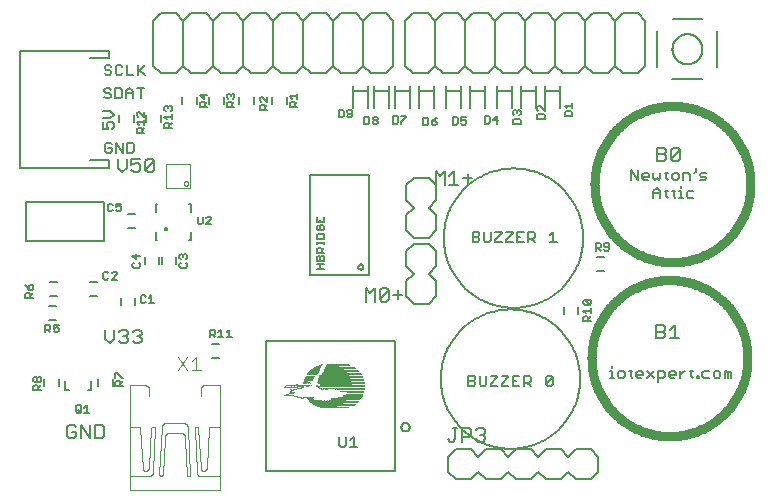
<source format=gto>
G75*
%MOIN*%
%OFA0B0*%
%FSLAX25Y25*%
%IPPOS*%
%LPD*%
%AMOC8*
5,1,8,0,0,1.08239X$1,22.5*
%
%ADD10C,0.00600*%
%ADD11C,0.00800*%
%ADD12C,0.00500*%
%ADD13C,0.00200*%
%ADD14C,0.00236*%
%ADD15C,0.03000*%
%ADD16C,0.00700*%
%ADD17C,0.00315*%
%ADD18C,0.00400*%
D10*
X0015282Y0047219D02*
X0015282Y0049581D01*
X0020007Y0049581D02*
X0020007Y0047219D01*
X0033282Y0047219D02*
X0033282Y0049581D01*
X0038007Y0049581D02*
X0038007Y0047219D01*
X0019126Y0069038D02*
X0016763Y0069038D01*
X0016763Y0073762D02*
X0019126Y0073762D01*
X0019426Y0077138D02*
X0017063Y0077138D01*
X0017063Y0081862D02*
X0019426Y0081862D01*
X0030363Y0081862D02*
X0032726Y0081862D01*
X0032726Y0077138D02*
X0030363Y0077138D01*
X0040682Y0076381D02*
X0040682Y0074019D01*
X0045407Y0074019D02*
X0045407Y0076381D01*
X0048782Y0087619D02*
X0048782Y0089981D01*
X0053507Y0089981D02*
X0053507Y0087619D01*
X0054382Y0087619D02*
X0054382Y0089981D01*
X0059107Y0089981D02*
X0059107Y0087619D01*
X0045526Y0099638D02*
X0043163Y0099638D01*
X0043163Y0104362D02*
X0045526Y0104362D01*
X0044512Y0124800D02*
X0045079Y0125367D01*
X0045079Y0127636D01*
X0044512Y0128203D01*
X0042811Y0128203D01*
X0042811Y0124800D01*
X0044512Y0124800D01*
X0041396Y0124800D02*
X0041396Y0128203D01*
X0039128Y0128203D02*
X0041396Y0124800D01*
X0039128Y0124800D02*
X0039128Y0128203D01*
X0037713Y0127636D02*
X0037146Y0128203D01*
X0036012Y0128203D01*
X0035444Y0127636D01*
X0035444Y0125367D01*
X0036012Y0124800D01*
X0037146Y0124800D01*
X0037713Y0125367D01*
X0037713Y0126501D01*
X0036579Y0126501D01*
X0036643Y0132700D02*
X0036076Y0133834D01*
X0036076Y0134401D01*
X0036643Y0134969D01*
X0037777Y0134969D01*
X0038344Y0134401D01*
X0038344Y0133267D01*
X0037777Y0132700D01*
X0036643Y0132700D02*
X0034942Y0132700D01*
X0034942Y0134969D01*
X0034942Y0136383D02*
X0037210Y0136383D01*
X0038344Y0137517D01*
X0037210Y0138652D01*
X0034942Y0138652D01*
X0040282Y0137581D02*
X0040282Y0135219D01*
X0045007Y0135219D02*
X0045007Y0137581D01*
X0049282Y0137581D02*
X0049282Y0135219D01*
X0054007Y0135219D02*
X0054007Y0137581D01*
X0061282Y0141219D02*
X0061282Y0143581D01*
X0066007Y0143581D02*
X0066007Y0141219D01*
X0070282Y0141219D02*
X0070282Y0143581D01*
X0075007Y0143581D02*
X0075007Y0141219D01*
X0080282Y0141219D02*
X0080282Y0143581D01*
X0085007Y0143581D02*
X0085007Y0141219D01*
X0091282Y0141219D02*
X0091282Y0143581D01*
X0096007Y0143581D02*
X0096007Y0141219D01*
X0094144Y0151400D02*
X0091644Y0153900D01*
X0091644Y0168900D01*
X0089144Y0171400D01*
X0084144Y0171400D01*
X0081644Y0168900D01*
X0081644Y0153900D01*
X0079144Y0151400D01*
X0074144Y0151400D01*
X0071644Y0153900D01*
X0071644Y0168900D01*
X0069144Y0171400D01*
X0064144Y0171400D01*
X0061644Y0168900D01*
X0061644Y0153900D01*
X0059144Y0151400D01*
X0054144Y0151400D01*
X0051644Y0153900D01*
X0051644Y0168900D01*
X0054144Y0171400D01*
X0059144Y0171400D01*
X0061644Y0168900D01*
X0071644Y0168900D02*
X0074144Y0171400D01*
X0079144Y0171400D01*
X0081644Y0168900D01*
X0091644Y0168900D02*
X0094144Y0171400D01*
X0099144Y0171400D01*
X0101644Y0168900D01*
X0101644Y0153900D01*
X0099144Y0151400D01*
X0094144Y0151400D01*
X0091644Y0153900D02*
X0089144Y0151400D01*
X0084144Y0151400D01*
X0081644Y0153900D01*
X0071644Y0153900D02*
X0069144Y0151400D01*
X0064144Y0151400D01*
X0061644Y0153900D01*
X0048663Y0154103D02*
X0046394Y0151834D01*
X0046961Y0152401D02*
X0048663Y0150700D01*
X0046394Y0150700D02*
X0046394Y0154103D01*
X0042711Y0154103D02*
X0042711Y0150700D01*
X0044979Y0150700D01*
X0041296Y0151267D02*
X0040729Y0150700D01*
X0039595Y0150700D01*
X0039028Y0151267D01*
X0039028Y0153536D01*
X0039595Y0154103D01*
X0040729Y0154103D01*
X0041296Y0153536D01*
X0037613Y0153536D02*
X0037046Y0154103D01*
X0035912Y0154103D01*
X0035344Y0153536D01*
X0035344Y0152969D01*
X0035912Y0152401D01*
X0037046Y0152401D01*
X0037613Y0151834D01*
X0037613Y0151267D01*
X0037046Y0150700D01*
X0035912Y0150700D01*
X0035344Y0151267D01*
X0035712Y0146403D02*
X0035144Y0145836D01*
X0035144Y0145269D01*
X0035712Y0144701D01*
X0036846Y0144701D01*
X0037413Y0144134D01*
X0037413Y0143567D01*
X0036846Y0143000D01*
X0035712Y0143000D01*
X0035144Y0143567D01*
X0035712Y0146403D02*
X0036846Y0146403D01*
X0037413Y0145836D01*
X0038828Y0146403D02*
X0040529Y0146403D01*
X0041096Y0145836D01*
X0041096Y0143567D01*
X0040529Y0143000D01*
X0038828Y0143000D01*
X0038828Y0146403D01*
X0042511Y0145269D02*
X0042511Y0143000D01*
X0042511Y0144701D02*
X0044779Y0144701D01*
X0044779Y0145269D02*
X0044779Y0143000D01*
X0044779Y0145269D02*
X0043645Y0146403D01*
X0042511Y0145269D01*
X0046194Y0146403D02*
X0048463Y0146403D01*
X0047328Y0146403D02*
X0047328Y0143000D01*
X0101644Y0153900D02*
X0104144Y0151400D01*
X0109144Y0151400D01*
X0111644Y0153900D01*
X0111644Y0168900D01*
X0109144Y0171400D01*
X0104144Y0171400D01*
X0101644Y0168900D01*
X0111644Y0168900D02*
X0114144Y0171400D01*
X0119144Y0171400D01*
X0121644Y0168900D01*
X0121644Y0153900D01*
X0119144Y0151400D01*
X0114144Y0151400D01*
X0111644Y0153900D01*
X0121644Y0153900D02*
X0124144Y0151400D01*
X0129144Y0151400D01*
X0131644Y0153900D01*
X0131644Y0168900D01*
X0129144Y0171400D01*
X0124144Y0171400D01*
X0121644Y0168900D01*
X0135644Y0168900D02*
X0135644Y0153900D01*
X0138144Y0151400D01*
X0143144Y0151400D01*
X0145644Y0153900D01*
X0145644Y0168900D01*
X0148144Y0171400D01*
X0153144Y0171400D01*
X0155644Y0168900D01*
X0155644Y0153900D01*
X0153144Y0151400D01*
X0148144Y0151400D01*
X0145644Y0153900D01*
X0155644Y0153900D02*
X0158144Y0151400D01*
X0163144Y0151400D01*
X0165644Y0153900D01*
X0165644Y0168900D01*
X0163144Y0171400D01*
X0158144Y0171400D01*
X0155644Y0168900D01*
X0145644Y0168900D02*
X0143144Y0171400D01*
X0138144Y0171400D01*
X0135644Y0168900D01*
X0165644Y0168900D02*
X0168144Y0171400D01*
X0173144Y0171400D01*
X0175644Y0168900D01*
X0175644Y0153900D01*
X0173144Y0151400D01*
X0168144Y0151400D01*
X0165644Y0153900D01*
X0175644Y0153900D02*
X0178144Y0151400D01*
X0183144Y0151400D01*
X0185644Y0153900D01*
X0185644Y0168900D01*
X0183144Y0171400D01*
X0178144Y0171400D01*
X0175644Y0168900D01*
X0185644Y0168900D02*
X0188144Y0171400D01*
X0193144Y0171400D01*
X0195644Y0168900D01*
X0195644Y0153900D01*
X0193144Y0151400D01*
X0188144Y0151400D01*
X0185644Y0153900D01*
X0195644Y0153900D02*
X0198144Y0151400D01*
X0203144Y0151400D01*
X0205644Y0153900D01*
X0205644Y0168900D01*
X0203144Y0171400D01*
X0198144Y0171400D01*
X0195644Y0168900D01*
X0205644Y0168900D02*
X0208144Y0171400D01*
X0213144Y0171400D01*
X0215644Y0168900D01*
X0215644Y0153900D01*
X0213144Y0151400D01*
X0208144Y0151400D01*
X0205644Y0153900D01*
X0219637Y0126541D02*
X0221838Y0126541D01*
X0222572Y0125807D01*
X0222572Y0125073D01*
X0221838Y0124339D01*
X0219637Y0124339D01*
X0221838Y0124339D02*
X0222572Y0123605D01*
X0222572Y0122871D01*
X0221838Y0122137D01*
X0219637Y0122137D01*
X0219637Y0126541D01*
X0224241Y0125807D02*
X0224241Y0122871D01*
X0227176Y0125807D01*
X0227176Y0122871D01*
X0226442Y0122137D01*
X0224975Y0122137D01*
X0224241Y0122871D01*
X0224241Y0125807D02*
X0224975Y0126541D01*
X0226442Y0126541D01*
X0227176Y0125807D01*
X0232383Y0119670D02*
X0232383Y0118536D01*
X0231816Y0117969D01*
X0230401Y0117401D02*
X0230401Y0115700D01*
X0230401Y0117401D02*
X0229834Y0117969D01*
X0228132Y0117969D01*
X0228132Y0115700D01*
X0226718Y0116267D02*
X0226718Y0117401D01*
X0226151Y0117969D01*
X0225016Y0117969D01*
X0224449Y0117401D01*
X0224449Y0116267D01*
X0225016Y0115700D01*
X0226151Y0115700D01*
X0226718Y0116267D01*
X0227472Y0113670D02*
X0227472Y0113103D01*
X0227472Y0111969D02*
X0227472Y0109700D01*
X0226905Y0109700D02*
X0228039Y0109700D01*
X0229360Y0110267D02*
X0229927Y0109700D01*
X0231629Y0109700D01*
X0231629Y0111969D02*
X0229927Y0111969D01*
X0229360Y0111401D01*
X0229360Y0110267D01*
X0227472Y0111969D02*
X0226905Y0111969D01*
X0225584Y0111969D02*
X0224449Y0111969D01*
X0225016Y0112536D02*
X0225016Y0110267D01*
X0225584Y0109700D01*
X0223128Y0109700D02*
X0222561Y0110267D01*
X0222561Y0112536D01*
X0221994Y0111969D02*
X0223128Y0111969D01*
X0220579Y0111969D02*
X0220579Y0109700D01*
X0220579Y0111401D02*
X0218311Y0111401D01*
X0218311Y0111969D02*
X0219445Y0113103D01*
X0220579Y0111969D01*
X0218311Y0111969D02*
X0218311Y0109700D01*
X0218878Y0115700D02*
X0219445Y0116267D01*
X0220012Y0115700D01*
X0220579Y0116267D01*
X0220579Y0117969D01*
X0221994Y0117969D02*
X0223128Y0117969D01*
X0222561Y0118536D02*
X0222561Y0116267D01*
X0223128Y0115700D01*
X0218878Y0115700D02*
X0218311Y0116267D01*
X0218311Y0117969D01*
X0216896Y0117401D02*
X0216896Y0116834D01*
X0214628Y0116834D01*
X0214628Y0116267D02*
X0214628Y0117401D01*
X0215195Y0117969D01*
X0216329Y0117969D01*
X0216896Y0117401D01*
X0216329Y0115700D02*
X0215195Y0115700D01*
X0214628Y0116267D01*
X0213213Y0115700D02*
X0213213Y0119103D01*
X0210944Y0119103D02*
X0213213Y0115700D01*
X0210944Y0115700D02*
X0210944Y0119103D01*
X0233657Y0117401D02*
X0234224Y0116834D01*
X0235359Y0116834D01*
X0235926Y0116267D01*
X0235359Y0115700D01*
X0233657Y0115700D01*
X0233657Y0117401D02*
X0234224Y0117969D01*
X0235926Y0117969D01*
X0201726Y0090262D02*
X0199363Y0090262D01*
X0199363Y0085538D02*
X0201726Y0085538D01*
X0186095Y0095100D02*
X0183827Y0095100D01*
X0184961Y0095100D02*
X0184961Y0098503D01*
X0183827Y0097369D01*
X0178729Y0097936D02*
X0178729Y0096801D01*
X0178162Y0096234D01*
X0176460Y0096234D01*
X0176460Y0095100D02*
X0176460Y0098503D01*
X0178162Y0098503D01*
X0178729Y0097936D01*
X0177595Y0096234D02*
X0178729Y0095100D01*
X0175046Y0095100D02*
X0172777Y0095100D01*
X0172777Y0098503D01*
X0175046Y0098503D01*
X0173911Y0096801D02*
X0172777Y0096801D01*
X0171363Y0097936D02*
X0169094Y0095667D01*
X0169094Y0095100D01*
X0171363Y0095100D01*
X0171363Y0097936D02*
X0171363Y0098503D01*
X0169094Y0098503D01*
X0167679Y0098503D02*
X0167679Y0097936D01*
X0165411Y0095667D01*
X0165411Y0095100D01*
X0167679Y0095100D01*
X0167679Y0098503D02*
X0165411Y0098503D01*
X0163996Y0098503D02*
X0163996Y0095667D01*
X0163429Y0095100D01*
X0162295Y0095100D01*
X0161728Y0095667D01*
X0161728Y0098503D01*
X0160313Y0097936D02*
X0160313Y0097369D01*
X0159746Y0096801D01*
X0158044Y0096801D01*
X0158044Y0095100D02*
X0159746Y0095100D01*
X0160313Y0095667D01*
X0160313Y0096234D01*
X0159746Y0096801D01*
X0160313Y0097936D02*
X0159746Y0098503D01*
X0158044Y0098503D01*
X0158044Y0095100D01*
X0188482Y0073581D02*
X0188482Y0071219D01*
X0193207Y0071219D02*
X0193207Y0073581D01*
X0219244Y0067367D02*
X0219244Y0062963D01*
X0221446Y0062963D01*
X0222180Y0063697D01*
X0222180Y0064431D01*
X0221446Y0065165D01*
X0219244Y0065165D01*
X0219244Y0067367D02*
X0221446Y0067367D01*
X0222180Y0066633D01*
X0222180Y0065899D01*
X0221446Y0065165D01*
X0223848Y0065899D02*
X0225316Y0067367D01*
X0225316Y0062963D01*
X0223848Y0062963D02*
X0226784Y0062963D01*
X0227271Y0051969D02*
X0227271Y0049700D01*
X0227271Y0050834D02*
X0228405Y0051969D01*
X0228973Y0051969D01*
X0230340Y0051969D02*
X0231475Y0051969D01*
X0230907Y0052536D02*
X0230907Y0050267D01*
X0231475Y0049700D01*
X0232796Y0049700D02*
X0233363Y0049700D01*
X0233363Y0050267D01*
X0232796Y0050267D01*
X0232796Y0049700D01*
X0234637Y0050267D02*
X0235204Y0049700D01*
X0236906Y0049700D01*
X0238320Y0050267D02*
X0238888Y0049700D01*
X0240022Y0049700D01*
X0240589Y0050267D01*
X0240589Y0051401D01*
X0240022Y0051969D01*
X0238888Y0051969D01*
X0238320Y0051401D01*
X0238320Y0050267D01*
X0236906Y0051969D02*
X0235204Y0051969D01*
X0234637Y0051401D01*
X0234637Y0050267D01*
X0242004Y0049700D02*
X0242004Y0051969D01*
X0242571Y0051969D01*
X0243138Y0051401D01*
X0243705Y0051969D01*
X0244272Y0051401D01*
X0244272Y0049700D01*
X0243138Y0049700D02*
X0243138Y0051401D01*
X0225857Y0051401D02*
X0225857Y0050834D01*
X0223588Y0050834D01*
X0223588Y0050267D02*
X0223588Y0051401D01*
X0224155Y0051969D01*
X0225289Y0051969D01*
X0225857Y0051401D01*
X0225289Y0049700D02*
X0224155Y0049700D01*
X0223588Y0050267D01*
X0222173Y0050267D02*
X0221606Y0049700D01*
X0219905Y0049700D01*
X0219905Y0048566D02*
X0219905Y0051969D01*
X0221606Y0051969D01*
X0222173Y0051401D01*
X0222173Y0050267D01*
X0218490Y0049700D02*
X0216222Y0051969D01*
X0214807Y0051401D02*
X0214807Y0050834D01*
X0212538Y0050834D01*
X0212538Y0050267D02*
X0212538Y0051401D01*
X0213106Y0051969D01*
X0214240Y0051969D01*
X0214807Y0051401D01*
X0214240Y0049700D02*
X0213106Y0049700D01*
X0212538Y0050267D01*
X0211217Y0049700D02*
X0210650Y0050267D01*
X0210650Y0052536D01*
X0210083Y0051969D02*
X0211217Y0051969D01*
X0208669Y0051401D02*
X0208101Y0051969D01*
X0206967Y0051969D01*
X0206400Y0051401D01*
X0206400Y0050267D01*
X0206967Y0049700D01*
X0208101Y0049700D01*
X0208669Y0050267D01*
X0208669Y0051401D01*
X0205079Y0049700D02*
X0203944Y0049700D01*
X0204512Y0049700D02*
X0204512Y0051969D01*
X0203944Y0051969D01*
X0204512Y0053103D02*
X0204512Y0053670D01*
X0216222Y0049700D02*
X0218490Y0051969D01*
X0184695Y0049936D02*
X0184695Y0047667D01*
X0184128Y0047100D01*
X0182994Y0047100D01*
X0182427Y0047667D01*
X0184695Y0049936D01*
X0184128Y0050503D01*
X0182994Y0050503D01*
X0182427Y0049936D01*
X0182427Y0047667D01*
X0177329Y0047100D02*
X0176195Y0048234D01*
X0176762Y0048234D02*
X0175060Y0048234D01*
X0175060Y0047100D02*
X0175060Y0050503D01*
X0176762Y0050503D01*
X0177329Y0049936D01*
X0177329Y0048801D01*
X0176762Y0048234D01*
X0173646Y0047100D02*
X0171377Y0047100D01*
X0171377Y0050503D01*
X0173646Y0050503D01*
X0172511Y0048801D02*
X0171377Y0048801D01*
X0169963Y0049936D02*
X0167694Y0047667D01*
X0167694Y0047100D01*
X0169963Y0047100D01*
X0169963Y0049936D02*
X0169963Y0050503D01*
X0167694Y0050503D01*
X0166279Y0050503D02*
X0166279Y0049936D01*
X0164011Y0047667D01*
X0164011Y0047100D01*
X0166279Y0047100D01*
X0162596Y0047667D02*
X0162596Y0050503D01*
X0164011Y0050503D02*
X0166279Y0050503D01*
X0162596Y0047667D02*
X0162029Y0047100D01*
X0160895Y0047100D01*
X0160328Y0047667D01*
X0160328Y0050503D01*
X0158913Y0049936D02*
X0158913Y0049369D01*
X0158346Y0048801D01*
X0156644Y0048801D01*
X0156644Y0047100D02*
X0158346Y0047100D01*
X0158913Y0047667D01*
X0158913Y0048234D01*
X0158346Y0048801D01*
X0158913Y0049936D02*
X0158346Y0050503D01*
X0156644Y0050503D01*
X0156644Y0047100D01*
X0118396Y0030103D02*
X0118396Y0026700D01*
X0119530Y0026700D02*
X0117261Y0026700D01*
X0115847Y0027267D02*
X0115847Y0030103D01*
X0117261Y0028969D02*
X0118396Y0030103D01*
X0115847Y0027267D02*
X0115280Y0026700D01*
X0114145Y0026700D01*
X0113578Y0027267D01*
X0113578Y0030103D01*
X0073426Y0056438D02*
X0071063Y0056438D01*
X0071063Y0061162D02*
X0073426Y0061162D01*
D11*
X0103902Y0084068D02*
X0123587Y0084068D01*
X0123587Y0117532D01*
X0103902Y0117532D01*
X0103902Y0084068D01*
X0119866Y0086800D02*
X0119868Y0086859D01*
X0119874Y0086917D01*
X0119884Y0086975D01*
X0119897Y0087032D01*
X0119915Y0087088D01*
X0119936Y0087143D01*
X0119960Y0087196D01*
X0119989Y0087247D01*
X0120020Y0087297D01*
X0120055Y0087344D01*
X0120093Y0087389D01*
X0120134Y0087431D01*
X0120177Y0087470D01*
X0120223Y0087507D01*
X0120272Y0087540D01*
X0120322Y0087570D01*
X0120374Y0087596D01*
X0120428Y0087619D01*
X0120484Y0087639D01*
X0120540Y0087654D01*
X0120598Y0087666D01*
X0120656Y0087674D01*
X0120715Y0087678D01*
X0120773Y0087678D01*
X0120832Y0087674D01*
X0120890Y0087666D01*
X0120948Y0087654D01*
X0121004Y0087639D01*
X0121060Y0087619D01*
X0121114Y0087596D01*
X0121166Y0087570D01*
X0121216Y0087540D01*
X0121265Y0087507D01*
X0121311Y0087470D01*
X0121354Y0087431D01*
X0121395Y0087389D01*
X0121433Y0087344D01*
X0121468Y0087297D01*
X0121499Y0087247D01*
X0121528Y0087196D01*
X0121552Y0087143D01*
X0121573Y0087088D01*
X0121591Y0087032D01*
X0121604Y0086975D01*
X0121614Y0086917D01*
X0121620Y0086859D01*
X0121622Y0086800D01*
X0121620Y0086741D01*
X0121614Y0086683D01*
X0121604Y0086625D01*
X0121591Y0086568D01*
X0121573Y0086512D01*
X0121552Y0086457D01*
X0121528Y0086404D01*
X0121499Y0086353D01*
X0121468Y0086303D01*
X0121433Y0086256D01*
X0121395Y0086211D01*
X0121354Y0086169D01*
X0121311Y0086130D01*
X0121265Y0086093D01*
X0121216Y0086060D01*
X0121166Y0086030D01*
X0121114Y0086004D01*
X0121060Y0085981D01*
X0121004Y0085961D01*
X0120948Y0085946D01*
X0120890Y0085934D01*
X0120832Y0085926D01*
X0120773Y0085922D01*
X0120715Y0085922D01*
X0120656Y0085926D01*
X0120598Y0085934D01*
X0120540Y0085946D01*
X0120484Y0085961D01*
X0120428Y0085981D01*
X0120374Y0086004D01*
X0120322Y0086030D01*
X0120272Y0086060D01*
X0120223Y0086093D01*
X0120177Y0086130D01*
X0120134Y0086169D01*
X0120093Y0086211D01*
X0120055Y0086256D01*
X0120020Y0086303D01*
X0119989Y0086353D01*
X0119960Y0086404D01*
X0119936Y0086457D01*
X0119915Y0086512D01*
X0119897Y0086568D01*
X0119884Y0086625D01*
X0119874Y0086683D01*
X0119868Y0086741D01*
X0119866Y0086800D01*
X0135944Y0087100D02*
X0135944Y0092100D01*
X0138444Y0094600D01*
X0143444Y0094600D01*
X0145944Y0092100D01*
X0145944Y0087100D01*
X0143444Y0084600D01*
X0145944Y0082100D01*
X0145944Y0077100D01*
X0143444Y0074600D01*
X0138444Y0074600D01*
X0135944Y0077100D01*
X0135944Y0082100D01*
X0138444Y0084600D01*
X0135944Y0087100D01*
X0138444Y0096600D02*
X0135944Y0099100D01*
X0135944Y0104100D01*
X0138444Y0106600D01*
X0135944Y0109100D01*
X0135944Y0114100D01*
X0138444Y0116600D01*
X0143444Y0116600D01*
X0145944Y0114100D01*
X0145944Y0109100D01*
X0143444Y0106600D01*
X0145944Y0104100D01*
X0145944Y0099100D01*
X0143444Y0096600D01*
X0138444Y0096600D01*
X0148416Y0096400D02*
X0148423Y0096970D01*
X0148444Y0097540D01*
X0148479Y0098109D01*
X0148528Y0098677D01*
X0148591Y0099243D01*
X0148667Y0099808D01*
X0148758Y0100371D01*
X0148862Y0100932D01*
X0148980Y0101489D01*
X0149112Y0102044D01*
X0149257Y0102595D01*
X0149416Y0103143D01*
X0149588Y0103686D01*
X0149774Y0104225D01*
X0149972Y0104760D01*
X0150184Y0105289D01*
X0150409Y0105813D01*
X0150646Y0106331D01*
X0150896Y0106844D01*
X0151159Y0107350D01*
X0151434Y0107849D01*
X0151721Y0108342D01*
X0152020Y0108827D01*
X0152331Y0109305D01*
X0152653Y0109775D01*
X0152987Y0110237D01*
X0153332Y0110691D01*
X0153689Y0111136D01*
X0154056Y0111572D01*
X0154433Y0111999D01*
X0154821Y0112417D01*
X0155219Y0112825D01*
X0155627Y0113223D01*
X0156045Y0113611D01*
X0156472Y0113988D01*
X0156908Y0114355D01*
X0157353Y0114712D01*
X0157807Y0115057D01*
X0158269Y0115391D01*
X0158739Y0115713D01*
X0159217Y0116024D01*
X0159702Y0116323D01*
X0160195Y0116610D01*
X0160694Y0116885D01*
X0161200Y0117148D01*
X0161713Y0117398D01*
X0162231Y0117635D01*
X0162755Y0117860D01*
X0163284Y0118072D01*
X0163819Y0118270D01*
X0164358Y0118456D01*
X0164901Y0118628D01*
X0165449Y0118787D01*
X0166000Y0118932D01*
X0166555Y0119064D01*
X0167112Y0119182D01*
X0167673Y0119286D01*
X0168236Y0119377D01*
X0168801Y0119453D01*
X0169367Y0119516D01*
X0169935Y0119565D01*
X0170504Y0119600D01*
X0171074Y0119621D01*
X0171644Y0119628D01*
X0172214Y0119621D01*
X0172784Y0119600D01*
X0173353Y0119565D01*
X0173921Y0119516D01*
X0174487Y0119453D01*
X0175052Y0119377D01*
X0175615Y0119286D01*
X0176176Y0119182D01*
X0176733Y0119064D01*
X0177288Y0118932D01*
X0177839Y0118787D01*
X0178387Y0118628D01*
X0178930Y0118456D01*
X0179469Y0118270D01*
X0180004Y0118072D01*
X0180533Y0117860D01*
X0181057Y0117635D01*
X0181575Y0117398D01*
X0182088Y0117148D01*
X0182594Y0116885D01*
X0183093Y0116610D01*
X0183586Y0116323D01*
X0184071Y0116024D01*
X0184549Y0115713D01*
X0185019Y0115391D01*
X0185481Y0115057D01*
X0185935Y0114712D01*
X0186380Y0114355D01*
X0186816Y0113988D01*
X0187243Y0113611D01*
X0187661Y0113223D01*
X0188069Y0112825D01*
X0188467Y0112417D01*
X0188855Y0111999D01*
X0189232Y0111572D01*
X0189599Y0111136D01*
X0189956Y0110691D01*
X0190301Y0110237D01*
X0190635Y0109775D01*
X0190957Y0109305D01*
X0191268Y0108827D01*
X0191567Y0108342D01*
X0191854Y0107849D01*
X0192129Y0107350D01*
X0192392Y0106844D01*
X0192642Y0106331D01*
X0192879Y0105813D01*
X0193104Y0105289D01*
X0193316Y0104760D01*
X0193514Y0104225D01*
X0193700Y0103686D01*
X0193872Y0103143D01*
X0194031Y0102595D01*
X0194176Y0102044D01*
X0194308Y0101489D01*
X0194426Y0100932D01*
X0194530Y0100371D01*
X0194621Y0099808D01*
X0194697Y0099243D01*
X0194760Y0098677D01*
X0194809Y0098109D01*
X0194844Y0097540D01*
X0194865Y0096970D01*
X0194872Y0096400D01*
X0194865Y0095830D01*
X0194844Y0095260D01*
X0194809Y0094691D01*
X0194760Y0094123D01*
X0194697Y0093557D01*
X0194621Y0092992D01*
X0194530Y0092429D01*
X0194426Y0091868D01*
X0194308Y0091311D01*
X0194176Y0090756D01*
X0194031Y0090205D01*
X0193872Y0089657D01*
X0193700Y0089114D01*
X0193514Y0088575D01*
X0193316Y0088040D01*
X0193104Y0087511D01*
X0192879Y0086987D01*
X0192642Y0086469D01*
X0192392Y0085956D01*
X0192129Y0085450D01*
X0191854Y0084951D01*
X0191567Y0084458D01*
X0191268Y0083973D01*
X0190957Y0083495D01*
X0190635Y0083025D01*
X0190301Y0082563D01*
X0189956Y0082109D01*
X0189599Y0081664D01*
X0189232Y0081228D01*
X0188855Y0080801D01*
X0188467Y0080383D01*
X0188069Y0079975D01*
X0187661Y0079577D01*
X0187243Y0079189D01*
X0186816Y0078812D01*
X0186380Y0078445D01*
X0185935Y0078088D01*
X0185481Y0077743D01*
X0185019Y0077409D01*
X0184549Y0077087D01*
X0184071Y0076776D01*
X0183586Y0076477D01*
X0183093Y0076190D01*
X0182594Y0075915D01*
X0182088Y0075652D01*
X0181575Y0075402D01*
X0181057Y0075165D01*
X0180533Y0074940D01*
X0180004Y0074728D01*
X0179469Y0074530D01*
X0178930Y0074344D01*
X0178387Y0074172D01*
X0177839Y0074013D01*
X0177288Y0073868D01*
X0176733Y0073736D01*
X0176176Y0073618D01*
X0175615Y0073514D01*
X0175052Y0073423D01*
X0174487Y0073347D01*
X0173921Y0073284D01*
X0173353Y0073235D01*
X0172784Y0073200D01*
X0172214Y0073179D01*
X0171644Y0073172D01*
X0171074Y0073179D01*
X0170504Y0073200D01*
X0169935Y0073235D01*
X0169367Y0073284D01*
X0168801Y0073347D01*
X0168236Y0073423D01*
X0167673Y0073514D01*
X0167112Y0073618D01*
X0166555Y0073736D01*
X0166000Y0073868D01*
X0165449Y0074013D01*
X0164901Y0074172D01*
X0164358Y0074344D01*
X0163819Y0074530D01*
X0163284Y0074728D01*
X0162755Y0074940D01*
X0162231Y0075165D01*
X0161713Y0075402D01*
X0161200Y0075652D01*
X0160694Y0075915D01*
X0160195Y0076190D01*
X0159702Y0076477D01*
X0159217Y0076776D01*
X0158739Y0077087D01*
X0158269Y0077409D01*
X0157807Y0077743D01*
X0157353Y0078088D01*
X0156908Y0078445D01*
X0156472Y0078812D01*
X0156045Y0079189D01*
X0155627Y0079577D01*
X0155219Y0079975D01*
X0154821Y0080383D01*
X0154433Y0080801D01*
X0154056Y0081228D01*
X0153689Y0081664D01*
X0153332Y0082109D01*
X0152987Y0082563D01*
X0152653Y0083025D01*
X0152331Y0083495D01*
X0152020Y0083973D01*
X0151721Y0084458D01*
X0151434Y0084951D01*
X0151159Y0085450D01*
X0150896Y0085956D01*
X0150646Y0086469D01*
X0150409Y0086987D01*
X0150184Y0087511D01*
X0149972Y0088040D01*
X0149774Y0088575D01*
X0149588Y0089114D01*
X0149416Y0089657D01*
X0149257Y0090205D01*
X0149112Y0090756D01*
X0148980Y0091311D01*
X0148862Y0091868D01*
X0148758Y0092429D01*
X0148667Y0092992D01*
X0148591Y0093557D01*
X0148528Y0094123D01*
X0148479Y0094691D01*
X0148444Y0095260D01*
X0148423Y0095830D01*
X0148416Y0096400D01*
X0149085Y0139857D02*
X0149085Y0145369D01*
X0154204Y0145369D01*
X0154204Y0139857D01*
X0157085Y0139857D02*
X0157085Y0145369D01*
X0162204Y0145369D01*
X0162204Y0139857D01*
X0166085Y0139857D02*
X0166085Y0145369D01*
X0171204Y0145369D01*
X0171204Y0139857D01*
X0174085Y0139857D02*
X0174085Y0145369D01*
X0179204Y0145369D01*
X0179204Y0139857D01*
X0182085Y0139857D02*
X0182085Y0145369D01*
X0187204Y0145369D01*
X0187204Y0139857D01*
X0187204Y0145369D02*
X0187204Y0146943D01*
X0182085Y0146943D02*
X0182085Y0145369D01*
X0179204Y0145369D02*
X0179204Y0146943D01*
X0174085Y0146943D02*
X0174085Y0145369D01*
X0171204Y0145369D02*
X0171204Y0146943D01*
X0166085Y0146943D02*
X0166085Y0145369D01*
X0162204Y0145369D02*
X0162204Y0146943D01*
X0157085Y0146943D02*
X0157085Y0145369D01*
X0154204Y0145369D02*
X0154204Y0146943D01*
X0149085Y0146943D02*
X0149085Y0145369D01*
X0145204Y0145369D02*
X0145204Y0146943D01*
X0145204Y0145369D02*
X0140085Y0145369D01*
X0140085Y0139857D01*
X0137204Y0139857D02*
X0137204Y0145369D01*
X0132085Y0145369D01*
X0132085Y0139857D01*
X0130204Y0139857D02*
X0130204Y0145369D01*
X0125085Y0145369D01*
X0125085Y0139857D01*
X0123204Y0139857D02*
X0123204Y0145369D01*
X0118085Y0145369D01*
X0118085Y0139857D01*
X0118085Y0145369D02*
X0118085Y0146943D01*
X0123204Y0146943D02*
X0123204Y0145369D01*
X0125085Y0145369D02*
X0125085Y0146943D01*
X0130204Y0146943D02*
X0130204Y0145369D01*
X0132085Y0145369D02*
X0132085Y0146943D01*
X0137204Y0146943D02*
X0137204Y0145369D01*
X0140085Y0145369D02*
X0140085Y0146943D01*
X0145204Y0145369D02*
X0145204Y0139857D01*
X0219644Y0153337D02*
X0219644Y0165463D01*
X0224763Y0169400D02*
X0234526Y0169400D01*
X0239644Y0165463D02*
X0239644Y0153337D01*
X0234526Y0149400D02*
X0224644Y0149400D01*
X0224644Y0159400D02*
X0224646Y0159541D01*
X0224652Y0159682D01*
X0224662Y0159822D01*
X0224676Y0159962D01*
X0224694Y0160102D01*
X0224715Y0160241D01*
X0224741Y0160380D01*
X0224770Y0160518D01*
X0224804Y0160654D01*
X0224841Y0160790D01*
X0224882Y0160925D01*
X0224927Y0161059D01*
X0224976Y0161191D01*
X0225028Y0161322D01*
X0225084Y0161451D01*
X0225144Y0161578D01*
X0225207Y0161704D01*
X0225273Y0161828D01*
X0225344Y0161951D01*
X0225417Y0162071D01*
X0225494Y0162189D01*
X0225574Y0162305D01*
X0225658Y0162418D01*
X0225744Y0162529D01*
X0225834Y0162638D01*
X0225927Y0162744D01*
X0226022Y0162847D01*
X0226121Y0162948D01*
X0226222Y0163046D01*
X0226326Y0163141D01*
X0226433Y0163233D01*
X0226542Y0163322D01*
X0226654Y0163407D01*
X0226768Y0163490D01*
X0226884Y0163570D01*
X0227003Y0163646D01*
X0227124Y0163718D01*
X0227246Y0163788D01*
X0227371Y0163853D01*
X0227497Y0163916D01*
X0227625Y0163974D01*
X0227755Y0164029D01*
X0227886Y0164081D01*
X0228019Y0164128D01*
X0228153Y0164172D01*
X0228288Y0164213D01*
X0228424Y0164249D01*
X0228561Y0164281D01*
X0228699Y0164310D01*
X0228837Y0164335D01*
X0228977Y0164355D01*
X0229117Y0164372D01*
X0229257Y0164385D01*
X0229398Y0164394D01*
X0229538Y0164399D01*
X0229679Y0164400D01*
X0229820Y0164397D01*
X0229961Y0164390D01*
X0230101Y0164379D01*
X0230241Y0164364D01*
X0230381Y0164345D01*
X0230520Y0164323D01*
X0230658Y0164296D01*
X0230796Y0164266D01*
X0230932Y0164231D01*
X0231068Y0164193D01*
X0231202Y0164151D01*
X0231336Y0164105D01*
X0231468Y0164056D01*
X0231598Y0164002D01*
X0231727Y0163945D01*
X0231854Y0163885D01*
X0231980Y0163821D01*
X0232103Y0163753D01*
X0232225Y0163682D01*
X0232345Y0163608D01*
X0232462Y0163530D01*
X0232577Y0163449D01*
X0232690Y0163365D01*
X0232801Y0163278D01*
X0232909Y0163187D01*
X0233014Y0163094D01*
X0233117Y0162997D01*
X0233217Y0162898D01*
X0233314Y0162796D01*
X0233408Y0162691D01*
X0233499Y0162584D01*
X0233587Y0162474D01*
X0233672Y0162362D01*
X0233754Y0162247D01*
X0233833Y0162130D01*
X0233908Y0162011D01*
X0233980Y0161890D01*
X0234048Y0161767D01*
X0234113Y0161642D01*
X0234175Y0161515D01*
X0234232Y0161386D01*
X0234287Y0161256D01*
X0234337Y0161125D01*
X0234384Y0160992D01*
X0234427Y0160858D01*
X0234466Y0160722D01*
X0234501Y0160586D01*
X0234533Y0160449D01*
X0234560Y0160311D01*
X0234584Y0160172D01*
X0234604Y0160032D01*
X0234620Y0159892D01*
X0234632Y0159752D01*
X0234640Y0159611D01*
X0234644Y0159470D01*
X0234644Y0159330D01*
X0234640Y0159189D01*
X0234632Y0159048D01*
X0234620Y0158908D01*
X0234604Y0158768D01*
X0234584Y0158628D01*
X0234560Y0158489D01*
X0234533Y0158351D01*
X0234501Y0158214D01*
X0234466Y0158078D01*
X0234427Y0157942D01*
X0234384Y0157808D01*
X0234337Y0157675D01*
X0234287Y0157544D01*
X0234232Y0157414D01*
X0234175Y0157285D01*
X0234113Y0157158D01*
X0234048Y0157033D01*
X0233980Y0156910D01*
X0233908Y0156789D01*
X0233833Y0156670D01*
X0233754Y0156553D01*
X0233672Y0156438D01*
X0233587Y0156326D01*
X0233499Y0156216D01*
X0233408Y0156109D01*
X0233314Y0156004D01*
X0233217Y0155902D01*
X0233117Y0155803D01*
X0233014Y0155706D01*
X0232909Y0155613D01*
X0232801Y0155522D01*
X0232690Y0155435D01*
X0232577Y0155351D01*
X0232462Y0155270D01*
X0232345Y0155192D01*
X0232225Y0155118D01*
X0232103Y0155047D01*
X0231980Y0154979D01*
X0231854Y0154915D01*
X0231727Y0154855D01*
X0231598Y0154798D01*
X0231468Y0154744D01*
X0231336Y0154695D01*
X0231202Y0154649D01*
X0231068Y0154607D01*
X0230932Y0154569D01*
X0230796Y0154534D01*
X0230658Y0154504D01*
X0230520Y0154477D01*
X0230381Y0154455D01*
X0230241Y0154436D01*
X0230101Y0154421D01*
X0229961Y0154410D01*
X0229820Y0154403D01*
X0229679Y0154400D01*
X0229538Y0154401D01*
X0229398Y0154406D01*
X0229257Y0154415D01*
X0229117Y0154428D01*
X0228977Y0154445D01*
X0228837Y0154465D01*
X0228699Y0154490D01*
X0228561Y0154519D01*
X0228424Y0154551D01*
X0228288Y0154587D01*
X0228153Y0154628D01*
X0228019Y0154672D01*
X0227886Y0154719D01*
X0227755Y0154771D01*
X0227625Y0154826D01*
X0227497Y0154884D01*
X0227371Y0154947D01*
X0227246Y0155012D01*
X0227124Y0155082D01*
X0227003Y0155154D01*
X0226884Y0155230D01*
X0226768Y0155310D01*
X0226654Y0155393D01*
X0226542Y0155478D01*
X0226433Y0155567D01*
X0226326Y0155659D01*
X0226222Y0155754D01*
X0226121Y0155852D01*
X0226022Y0155953D01*
X0225927Y0156056D01*
X0225834Y0156162D01*
X0225744Y0156271D01*
X0225658Y0156382D01*
X0225574Y0156495D01*
X0225494Y0156611D01*
X0225417Y0156729D01*
X0225344Y0156849D01*
X0225273Y0156972D01*
X0225207Y0157096D01*
X0225144Y0157222D01*
X0225084Y0157349D01*
X0225028Y0157478D01*
X0224976Y0157609D01*
X0224927Y0157741D01*
X0224882Y0157875D01*
X0224841Y0158010D01*
X0224804Y0158146D01*
X0224770Y0158282D01*
X0224741Y0158420D01*
X0224715Y0158559D01*
X0224694Y0158698D01*
X0224676Y0158838D01*
X0224662Y0158978D01*
X0224652Y0159118D01*
X0224646Y0159259D01*
X0224644Y0159400D01*
X0147416Y0049400D02*
X0147423Y0049970D01*
X0147444Y0050540D01*
X0147479Y0051109D01*
X0147528Y0051677D01*
X0147591Y0052243D01*
X0147667Y0052808D01*
X0147758Y0053371D01*
X0147862Y0053932D01*
X0147980Y0054489D01*
X0148112Y0055044D01*
X0148257Y0055595D01*
X0148416Y0056143D01*
X0148588Y0056686D01*
X0148774Y0057225D01*
X0148972Y0057760D01*
X0149184Y0058289D01*
X0149409Y0058813D01*
X0149646Y0059331D01*
X0149896Y0059844D01*
X0150159Y0060350D01*
X0150434Y0060849D01*
X0150721Y0061342D01*
X0151020Y0061827D01*
X0151331Y0062305D01*
X0151653Y0062775D01*
X0151987Y0063237D01*
X0152332Y0063691D01*
X0152689Y0064136D01*
X0153056Y0064572D01*
X0153433Y0064999D01*
X0153821Y0065417D01*
X0154219Y0065825D01*
X0154627Y0066223D01*
X0155045Y0066611D01*
X0155472Y0066988D01*
X0155908Y0067355D01*
X0156353Y0067712D01*
X0156807Y0068057D01*
X0157269Y0068391D01*
X0157739Y0068713D01*
X0158217Y0069024D01*
X0158702Y0069323D01*
X0159195Y0069610D01*
X0159694Y0069885D01*
X0160200Y0070148D01*
X0160713Y0070398D01*
X0161231Y0070635D01*
X0161755Y0070860D01*
X0162284Y0071072D01*
X0162819Y0071270D01*
X0163358Y0071456D01*
X0163901Y0071628D01*
X0164449Y0071787D01*
X0165000Y0071932D01*
X0165555Y0072064D01*
X0166112Y0072182D01*
X0166673Y0072286D01*
X0167236Y0072377D01*
X0167801Y0072453D01*
X0168367Y0072516D01*
X0168935Y0072565D01*
X0169504Y0072600D01*
X0170074Y0072621D01*
X0170644Y0072628D01*
X0171214Y0072621D01*
X0171784Y0072600D01*
X0172353Y0072565D01*
X0172921Y0072516D01*
X0173487Y0072453D01*
X0174052Y0072377D01*
X0174615Y0072286D01*
X0175176Y0072182D01*
X0175733Y0072064D01*
X0176288Y0071932D01*
X0176839Y0071787D01*
X0177387Y0071628D01*
X0177930Y0071456D01*
X0178469Y0071270D01*
X0179004Y0071072D01*
X0179533Y0070860D01*
X0180057Y0070635D01*
X0180575Y0070398D01*
X0181088Y0070148D01*
X0181594Y0069885D01*
X0182093Y0069610D01*
X0182586Y0069323D01*
X0183071Y0069024D01*
X0183549Y0068713D01*
X0184019Y0068391D01*
X0184481Y0068057D01*
X0184935Y0067712D01*
X0185380Y0067355D01*
X0185816Y0066988D01*
X0186243Y0066611D01*
X0186661Y0066223D01*
X0187069Y0065825D01*
X0187467Y0065417D01*
X0187855Y0064999D01*
X0188232Y0064572D01*
X0188599Y0064136D01*
X0188956Y0063691D01*
X0189301Y0063237D01*
X0189635Y0062775D01*
X0189957Y0062305D01*
X0190268Y0061827D01*
X0190567Y0061342D01*
X0190854Y0060849D01*
X0191129Y0060350D01*
X0191392Y0059844D01*
X0191642Y0059331D01*
X0191879Y0058813D01*
X0192104Y0058289D01*
X0192316Y0057760D01*
X0192514Y0057225D01*
X0192700Y0056686D01*
X0192872Y0056143D01*
X0193031Y0055595D01*
X0193176Y0055044D01*
X0193308Y0054489D01*
X0193426Y0053932D01*
X0193530Y0053371D01*
X0193621Y0052808D01*
X0193697Y0052243D01*
X0193760Y0051677D01*
X0193809Y0051109D01*
X0193844Y0050540D01*
X0193865Y0049970D01*
X0193872Y0049400D01*
X0193865Y0048830D01*
X0193844Y0048260D01*
X0193809Y0047691D01*
X0193760Y0047123D01*
X0193697Y0046557D01*
X0193621Y0045992D01*
X0193530Y0045429D01*
X0193426Y0044868D01*
X0193308Y0044311D01*
X0193176Y0043756D01*
X0193031Y0043205D01*
X0192872Y0042657D01*
X0192700Y0042114D01*
X0192514Y0041575D01*
X0192316Y0041040D01*
X0192104Y0040511D01*
X0191879Y0039987D01*
X0191642Y0039469D01*
X0191392Y0038956D01*
X0191129Y0038450D01*
X0190854Y0037951D01*
X0190567Y0037458D01*
X0190268Y0036973D01*
X0189957Y0036495D01*
X0189635Y0036025D01*
X0189301Y0035563D01*
X0188956Y0035109D01*
X0188599Y0034664D01*
X0188232Y0034228D01*
X0187855Y0033801D01*
X0187467Y0033383D01*
X0187069Y0032975D01*
X0186661Y0032577D01*
X0186243Y0032189D01*
X0185816Y0031812D01*
X0185380Y0031445D01*
X0184935Y0031088D01*
X0184481Y0030743D01*
X0184019Y0030409D01*
X0183549Y0030087D01*
X0183071Y0029776D01*
X0182586Y0029477D01*
X0182093Y0029190D01*
X0181594Y0028915D01*
X0181088Y0028652D01*
X0180575Y0028402D01*
X0180057Y0028165D01*
X0179533Y0027940D01*
X0179004Y0027728D01*
X0178469Y0027530D01*
X0177930Y0027344D01*
X0177387Y0027172D01*
X0176839Y0027013D01*
X0176288Y0026868D01*
X0175733Y0026736D01*
X0175176Y0026618D01*
X0174615Y0026514D01*
X0174052Y0026423D01*
X0173487Y0026347D01*
X0172921Y0026284D01*
X0172353Y0026235D01*
X0171784Y0026200D01*
X0171214Y0026179D01*
X0170644Y0026172D01*
X0170074Y0026179D01*
X0169504Y0026200D01*
X0168935Y0026235D01*
X0168367Y0026284D01*
X0167801Y0026347D01*
X0167236Y0026423D01*
X0166673Y0026514D01*
X0166112Y0026618D01*
X0165555Y0026736D01*
X0165000Y0026868D01*
X0164449Y0027013D01*
X0163901Y0027172D01*
X0163358Y0027344D01*
X0162819Y0027530D01*
X0162284Y0027728D01*
X0161755Y0027940D01*
X0161231Y0028165D01*
X0160713Y0028402D01*
X0160200Y0028652D01*
X0159694Y0028915D01*
X0159195Y0029190D01*
X0158702Y0029477D01*
X0158217Y0029776D01*
X0157739Y0030087D01*
X0157269Y0030409D01*
X0156807Y0030743D01*
X0156353Y0031088D01*
X0155908Y0031445D01*
X0155472Y0031812D01*
X0155045Y0032189D01*
X0154627Y0032577D01*
X0154219Y0032975D01*
X0153821Y0033383D01*
X0153433Y0033801D01*
X0153056Y0034228D01*
X0152689Y0034664D01*
X0152332Y0035109D01*
X0151987Y0035563D01*
X0151653Y0036025D01*
X0151331Y0036495D01*
X0151020Y0036973D01*
X0150721Y0037458D01*
X0150434Y0037951D01*
X0150159Y0038450D01*
X0149896Y0038956D01*
X0149646Y0039469D01*
X0149409Y0039987D01*
X0149184Y0040511D01*
X0148972Y0041040D01*
X0148774Y0041575D01*
X0148588Y0042114D01*
X0148416Y0042657D01*
X0148257Y0043205D01*
X0148112Y0043756D01*
X0147980Y0044311D01*
X0147862Y0044868D01*
X0147758Y0045429D01*
X0147667Y0045992D01*
X0147591Y0046557D01*
X0147528Y0047123D01*
X0147479Y0047691D01*
X0147444Y0048260D01*
X0147423Y0048830D01*
X0147416Y0049400D01*
X0152444Y0026100D02*
X0149944Y0023600D01*
X0149944Y0018600D01*
X0152444Y0016100D01*
X0157444Y0016100D01*
X0159944Y0018600D01*
X0162444Y0016100D01*
X0167444Y0016100D01*
X0169944Y0018600D01*
X0172444Y0016100D01*
X0177444Y0016100D01*
X0179944Y0018600D01*
X0182444Y0016100D01*
X0187444Y0016100D01*
X0189944Y0018600D01*
X0192444Y0016100D01*
X0197444Y0016100D01*
X0199944Y0018600D01*
X0199944Y0023600D01*
X0197444Y0026100D01*
X0192444Y0026100D01*
X0189944Y0023600D01*
X0187444Y0026100D01*
X0182444Y0026100D01*
X0179944Y0023600D01*
X0177444Y0026100D01*
X0172444Y0026100D01*
X0169944Y0023600D01*
X0167444Y0026100D01*
X0162444Y0026100D01*
X0159944Y0023600D01*
X0157444Y0026100D01*
X0152444Y0026100D01*
X0035044Y0095400D02*
X0009244Y0095400D01*
X0009244Y0108400D01*
X0035044Y0108400D01*
X0035044Y0095400D01*
X0036944Y0119912D02*
X0007022Y0119912D01*
X0007022Y0158888D01*
X0036944Y0158888D01*
X0036944Y0156329D01*
X0030644Y0156329D01*
X0030644Y0122471D02*
X0036944Y0122471D01*
X0036944Y0119912D01*
X0030975Y0048794D02*
X0030975Y0045644D01*
X0029794Y0045644D01*
X0023495Y0045644D02*
X0022314Y0045644D01*
X0022314Y0048794D01*
D12*
X0023645Y0029650D02*
X0025146Y0029650D01*
X0025897Y0030401D01*
X0025897Y0031902D01*
X0024396Y0031902D01*
X0025897Y0033403D02*
X0025146Y0034154D01*
X0023645Y0034154D01*
X0022894Y0033403D01*
X0022894Y0030401D01*
X0023645Y0029650D01*
X0027498Y0029650D02*
X0027498Y0034154D01*
X0030501Y0029650D01*
X0030501Y0034154D01*
X0032102Y0034154D02*
X0034354Y0034154D01*
X0035105Y0033403D01*
X0035105Y0030401D01*
X0034354Y0029650D01*
X0032102Y0029650D01*
X0032102Y0034154D01*
X0030231Y0038256D02*
X0028563Y0038256D01*
X0029397Y0038256D02*
X0029397Y0040758D01*
X0028563Y0039924D01*
X0027469Y0040341D02*
X0027469Y0038673D01*
X0027052Y0038256D01*
X0026218Y0038256D01*
X0025801Y0038673D01*
X0025801Y0040341D01*
X0026218Y0040758D01*
X0027052Y0040758D01*
X0027469Y0040341D01*
X0026635Y0039090D02*
X0027469Y0038256D01*
X0038942Y0047050D02*
X0038942Y0048301D01*
X0039359Y0048718D01*
X0040193Y0048718D01*
X0040610Y0048301D01*
X0040610Y0047050D01*
X0040610Y0047884D02*
X0041444Y0048718D01*
X0041444Y0049812D02*
X0041027Y0049812D01*
X0039359Y0051480D01*
X0038942Y0051480D01*
X0038942Y0049812D01*
X0038942Y0047050D02*
X0041444Y0047050D01*
X0040849Y0061350D02*
X0040098Y0062101D01*
X0040849Y0061350D02*
X0042350Y0061350D01*
X0043101Y0062101D01*
X0043101Y0062851D01*
X0042350Y0063602D01*
X0041600Y0063602D01*
X0042350Y0063602D02*
X0043101Y0064353D01*
X0043101Y0065103D01*
X0042350Y0065854D01*
X0040849Y0065854D01*
X0040098Y0065103D01*
X0038497Y0065854D02*
X0038497Y0062851D01*
X0036996Y0061350D01*
X0035494Y0062851D01*
X0035494Y0065854D01*
X0044702Y0065103D02*
X0045453Y0065854D01*
X0046954Y0065854D01*
X0047705Y0065103D01*
X0047705Y0064353D01*
X0046954Y0063602D01*
X0047705Y0062851D01*
X0047705Y0062101D01*
X0046954Y0061350D01*
X0045453Y0061350D01*
X0044702Y0062101D01*
X0046204Y0063602D02*
X0046954Y0063602D01*
X0047787Y0074800D02*
X0048621Y0074800D01*
X0049038Y0075217D01*
X0050132Y0074800D02*
X0051800Y0074800D01*
X0050966Y0074800D02*
X0050966Y0077302D01*
X0050132Y0076468D01*
X0049038Y0076885D02*
X0048621Y0077302D01*
X0047787Y0077302D01*
X0047370Y0076885D01*
X0047370Y0075217D01*
X0047787Y0074800D01*
X0039400Y0082600D02*
X0037732Y0082600D01*
X0039400Y0084268D01*
X0039400Y0084685D01*
X0038983Y0085102D01*
X0038149Y0085102D01*
X0037732Y0084685D01*
X0036638Y0084685D02*
X0036221Y0085102D01*
X0035387Y0085102D01*
X0034970Y0084685D01*
X0034970Y0083017D01*
X0035387Y0082600D01*
X0036221Y0082600D01*
X0036638Y0083017D01*
X0044642Y0086942D02*
X0045059Y0086525D01*
X0046727Y0086525D01*
X0047144Y0086942D01*
X0047144Y0087776D01*
X0046727Y0088193D01*
X0045893Y0089288D02*
X0045893Y0090956D01*
X0044642Y0090539D02*
X0045893Y0089288D01*
X0045059Y0088193D02*
X0044642Y0087776D01*
X0044642Y0086942D01*
X0044642Y0090539D02*
X0047144Y0090539D01*
X0055488Y0099338D02*
X0055490Y0099377D01*
X0055496Y0099416D01*
X0055506Y0099454D01*
X0055519Y0099491D01*
X0055536Y0099526D01*
X0055556Y0099560D01*
X0055580Y0099591D01*
X0055607Y0099620D01*
X0055636Y0099646D01*
X0055668Y0099669D01*
X0055702Y0099689D01*
X0055738Y0099705D01*
X0055775Y0099717D01*
X0055814Y0099726D01*
X0055853Y0099731D01*
X0055892Y0099732D01*
X0055931Y0099729D01*
X0055970Y0099722D01*
X0056007Y0099711D01*
X0056044Y0099697D01*
X0056079Y0099679D01*
X0056112Y0099658D01*
X0056143Y0099633D01*
X0056171Y0099606D01*
X0056196Y0099576D01*
X0056218Y0099543D01*
X0056237Y0099509D01*
X0056252Y0099473D01*
X0056264Y0099435D01*
X0056272Y0099397D01*
X0056276Y0099358D01*
X0056276Y0099318D01*
X0056272Y0099279D01*
X0056264Y0099241D01*
X0056252Y0099203D01*
X0056237Y0099167D01*
X0056218Y0099133D01*
X0056196Y0099100D01*
X0056171Y0099070D01*
X0056143Y0099043D01*
X0056112Y0099018D01*
X0056079Y0098997D01*
X0056044Y0098979D01*
X0056007Y0098965D01*
X0055970Y0098954D01*
X0055931Y0098947D01*
X0055892Y0098944D01*
X0055853Y0098945D01*
X0055814Y0098950D01*
X0055775Y0098959D01*
X0055738Y0098971D01*
X0055702Y0098987D01*
X0055668Y0099007D01*
X0055636Y0099030D01*
X0055607Y0099056D01*
X0055580Y0099085D01*
X0055556Y0099116D01*
X0055536Y0099150D01*
X0055519Y0099185D01*
X0055506Y0099222D01*
X0055496Y0099260D01*
X0055490Y0099299D01*
X0055488Y0099338D01*
X0060659Y0090956D02*
X0061076Y0090956D01*
X0061493Y0090539D01*
X0061910Y0090956D01*
X0062327Y0090956D01*
X0062744Y0090539D01*
X0062744Y0089705D01*
X0062327Y0089288D01*
X0062327Y0088193D02*
X0062744Y0087776D01*
X0062744Y0086942D01*
X0062327Y0086525D01*
X0060659Y0086525D01*
X0060242Y0086942D01*
X0060242Y0087776D01*
X0060659Y0088193D01*
X0060659Y0089288D02*
X0060242Y0089705D01*
X0060242Y0090539D01*
X0060659Y0090956D01*
X0061493Y0090539D02*
X0061493Y0090122D01*
X0066795Y0100970D02*
X0067629Y0100970D01*
X0068047Y0101387D01*
X0068047Y0103472D01*
X0069141Y0103055D02*
X0069558Y0103472D01*
X0070392Y0103472D01*
X0070809Y0103055D01*
X0070809Y0102638D01*
X0069141Y0100970D01*
X0070809Y0100970D01*
X0066795Y0100970D02*
X0066378Y0101387D01*
X0066378Y0103472D01*
X0051154Y0118350D02*
X0049653Y0118350D01*
X0048902Y0119101D01*
X0051905Y0122103D01*
X0051905Y0119101D01*
X0051154Y0118350D01*
X0048902Y0119101D02*
X0048902Y0122103D01*
X0049653Y0122854D01*
X0051154Y0122854D01*
X0051905Y0122103D01*
X0047301Y0122854D02*
X0044298Y0122854D01*
X0044298Y0120602D01*
X0045800Y0121353D01*
X0046550Y0121353D01*
X0047301Y0120602D01*
X0047301Y0119101D01*
X0046550Y0118350D01*
X0045049Y0118350D01*
X0044298Y0119101D01*
X0042697Y0119851D02*
X0042697Y0122854D01*
X0039694Y0122854D02*
X0039694Y0119851D01*
X0041196Y0118350D01*
X0042697Y0119851D01*
X0046142Y0131363D02*
X0046142Y0132614D01*
X0046559Y0133031D01*
X0047393Y0133031D01*
X0047810Y0132614D01*
X0047810Y0131363D01*
X0047810Y0132197D02*
X0048644Y0133031D01*
X0048644Y0134125D02*
X0048644Y0135793D01*
X0048644Y0134959D02*
X0046142Y0134959D01*
X0046976Y0134125D01*
X0046559Y0136888D02*
X0046142Y0137305D01*
X0046142Y0138139D01*
X0046559Y0138556D01*
X0046976Y0138556D01*
X0048644Y0136888D01*
X0048644Y0138556D01*
X0055242Y0139205D02*
X0055659Y0138788D01*
X0055242Y0139205D02*
X0055242Y0140039D01*
X0055659Y0140456D01*
X0056076Y0140456D01*
X0056493Y0140039D01*
X0056910Y0140456D01*
X0057327Y0140456D01*
X0057744Y0140039D01*
X0057744Y0139205D01*
X0057327Y0138788D01*
X0057744Y0137693D02*
X0057744Y0136025D01*
X0057744Y0136859D02*
X0055242Y0136859D01*
X0056076Y0136025D01*
X0055659Y0134931D02*
X0056493Y0134931D01*
X0056910Y0134514D01*
X0056910Y0133263D01*
X0056910Y0134097D02*
X0057744Y0134931D01*
X0057744Y0133263D02*
X0055242Y0133263D01*
X0055242Y0134514D01*
X0055659Y0134931D01*
X0056493Y0139622D02*
X0056493Y0140039D01*
X0067142Y0140125D02*
X0067142Y0141376D01*
X0067559Y0141793D01*
X0068393Y0141793D01*
X0068810Y0141376D01*
X0068810Y0140125D01*
X0068810Y0140959D02*
X0069644Y0141793D01*
X0068393Y0142888D02*
X0068393Y0144556D01*
X0069644Y0144139D02*
X0067142Y0144139D01*
X0068393Y0142888D01*
X0069644Y0140125D02*
X0067142Y0140125D01*
X0076142Y0140125D02*
X0076142Y0141376D01*
X0076559Y0141793D01*
X0077393Y0141793D01*
X0077810Y0141376D01*
X0077810Y0140125D01*
X0077810Y0140959D02*
X0078644Y0141793D01*
X0078227Y0142888D02*
X0078644Y0143305D01*
X0078644Y0144139D01*
X0078227Y0144556D01*
X0077810Y0144556D01*
X0077393Y0144139D01*
X0077393Y0143722D01*
X0077393Y0144139D02*
X0076976Y0144556D01*
X0076559Y0144556D01*
X0076142Y0144139D01*
X0076142Y0143305D01*
X0076559Y0142888D01*
X0076142Y0140125D02*
X0078644Y0140125D01*
X0087142Y0140376D02*
X0087142Y0139125D01*
X0089644Y0139125D01*
X0088810Y0139125D02*
X0088810Y0140376D01*
X0088393Y0140793D01*
X0087559Y0140793D01*
X0087142Y0140376D01*
X0087559Y0141888D02*
X0087142Y0142305D01*
X0087142Y0143139D01*
X0087559Y0143556D01*
X0087976Y0143556D01*
X0089644Y0141888D01*
X0089644Y0143556D01*
X0089644Y0140793D02*
X0088810Y0139959D01*
X0097142Y0140125D02*
X0097142Y0141376D01*
X0097559Y0141793D01*
X0098393Y0141793D01*
X0098810Y0141376D01*
X0098810Y0140125D01*
X0098810Y0140959D02*
X0099644Y0141793D01*
X0099644Y0142888D02*
X0099644Y0144556D01*
X0099644Y0143722D02*
X0097142Y0143722D01*
X0097976Y0142888D01*
X0097142Y0140125D02*
X0099644Y0140125D01*
X0113394Y0139152D02*
X0113394Y0136650D01*
X0114646Y0136650D01*
X0115063Y0137067D01*
X0115063Y0138735D01*
X0114646Y0139152D01*
X0113394Y0139152D01*
X0116157Y0138735D02*
X0116157Y0138318D01*
X0116574Y0137901D01*
X0117825Y0137901D01*
X0117825Y0137067D02*
X0117825Y0138735D01*
X0117408Y0139152D01*
X0116574Y0139152D01*
X0116157Y0138735D01*
X0116157Y0137067D02*
X0116574Y0136650D01*
X0117408Y0136650D01*
X0117825Y0137067D01*
X0121894Y0136852D02*
X0121894Y0134350D01*
X0123146Y0134350D01*
X0123563Y0134767D01*
X0123563Y0136435D01*
X0123146Y0136852D01*
X0121894Y0136852D01*
X0124657Y0136435D02*
X0124657Y0136018D01*
X0125074Y0135601D01*
X0125908Y0135601D01*
X0126325Y0135184D01*
X0126325Y0134767D01*
X0125908Y0134350D01*
X0125074Y0134350D01*
X0124657Y0134767D01*
X0124657Y0135184D01*
X0125074Y0135601D01*
X0125908Y0135601D02*
X0126325Y0136018D01*
X0126325Y0136435D01*
X0125908Y0136852D01*
X0125074Y0136852D01*
X0124657Y0136435D01*
X0131494Y0137052D02*
X0131494Y0134550D01*
X0132746Y0134550D01*
X0133163Y0134967D01*
X0133163Y0136635D01*
X0132746Y0137052D01*
X0131494Y0137052D01*
X0134257Y0137052D02*
X0135925Y0137052D01*
X0135925Y0136635D01*
X0134257Y0134967D01*
X0134257Y0134550D01*
X0141570Y0134050D02*
X0142821Y0134050D01*
X0143238Y0134467D01*
X0143238Y0136135D01*
X0142821Y0136552D01*
X0141570Y0136552D01*
X0141570Y0134050D01*
X0144332Y0134467D02*
X0144749Y0134050D01*
X0145583Y0134050D01*
X0146000Y0134467D01*
X0146000Y0134884D01*
X0145583Y0135301D01*
X0144332Y0135301D01*
X0144332Y0134467D01*
X0144332Y0135301D02*
X0145166Y0136135D01*
X0146000Y0136552D01*
X0151370Y0136752D02*
X0151370Y0134250D01*
X0152621Y0134250D01*
X0153038Y0134667D01*
X0153038Y0136335D01*
X0152621Y0136752D01*
X0151370Y0136752D01*
X0154132Y0136752D02*
X0154132Y0135501D01*
X0154966Y0135918D01*
X0155383Y0135918D01*
X0155800Y0135501D01*
X0155800Y0134667D01*
X0155383Y0134250D01*
X0154549Y0134250D01*
X0154132Y0134667D01*
X0154132Y0136752D02*
X0155800Y0136752D01*
X0161994Y0137052D02*
X0161994Y0134550D01*
X0163246Y0134550D01*
X0163663Y0134967D01*
X0163663Y0136635D01*
X0163246Y0137052D01*
X0161994Y0137052D01*
X0164757Y0135801D02*
X0166425Y0135801D01*
X0166008Y0134550D02*
X0166008Y0137052D01*
X0164757Y0135801D01*
X0171492Y0135801D02*
X0171492Y0134550D01*
X0173994Y0134550D01*
X0173994Y0135801D01*
X0173577Y0136218D01*
X0171909Y0136218D01*
X0171492Y0135801D01*
X0171909Y0137312D02*
X0171492Y0137729D01*
X0171492Y0138563D01*
X0171909Y0138980D01*
X0172326Y0138980D01*
X0172743Y0138563D01*
X0173160Y0138980D01*
X0173577Y0138980D01*
X0173994Y0138563D01*
X0173994Y0137729D01*
X0173577Y0137312D01*
X0172743Y0138146D02*
X0172743Y0138563D01*
X0179492Y0139229D02*
X0179909Y0138812D01*
X0179492Y0139229D02*
X0179492Y0140063D01*
X0179909Y0140480D01*
X0180326Y0140480D01*
X0181994Y0138812D01*
X0181994Y0140480D01*
X0181577Y0137718D02*
X0179909Y0137718D01*
X0179492Y0137301D01*
X0179492Y0136050D01*
X0181994Y0136050D01*
X0181994Y0137301D01*
X0181577Y0137718D01*
X0188692Y0138201D02*
X0188692Y0136950D01*
X0191194Y0136950D01*
X0191194Y0138201D01*
X0190777Y0138618D01*
X0189109Y0138618D01*
X0188692Y0138201D01*
X0189526Y0139712D02*
X0188692Y0140546D01*
X0191194Y0140546D01*
X0191194Y0139712D02*
X0191194Y0141380D01*
X0156392Y0117903D02*
X0156392Y0114901D01*
X0154891Y0116402D02*
X0157893Y0116402D01*
X0153289Y0114150D02*
X0150287Y0114150D01*
X0151788Y0114150D02*
X0151788Y0118654D01*
X0150287Y0117153D01*
X0148685Y0118654D02*
X0148685Y0114150D01*
X0145683Y0114150D02*
X0145683Y0118654D01*
X0147184Y0117153D01*
X0148685Y0118654D01*
X0108494Y0103371D02*
X0108494Y0101703D01*
X0105992Y0101703D01*
X0105992Y0103371D01*
X0107243Y0102537D02*
X0107243Y0101703D01*
X0107243Y0100609D02*
X0107243Y0099775D01*
X0107243Y0100609D02*
X0108077Y0100609D01*
X0108494Y0100192D01*
X0108494Y0099358D01*
X0108077Y0098941D01*
X0106409Y0098941D01*
X0105992Y0099358D01*
X0105992Y0100192D01*
X0106409Y0100609D01*
X0106409Y0097847D02*
X0105992Y0097430D01*
X0105992Y0096179D01*
X0108494Y0096179D01*
X0108494Y0097430D01*
X0108077Y0097847D01*
X0106409Y0097847D01*
X0105992Y0095171D02*
X0105992Y0094337D01*
X0105992Y0094754D02*
X0108494Y0094754D01*
X0108494Y0094337D02*
X0108494Y0095171D01*
X0108494Y0093243D02*
X0107660Y0092409D01*
X0107660Y0092826D02*
X0107660Y0091575D01*
X0108494Y0091575D02*
X0105992Y0091575D01*
X0105992Y0092826D01*
X0106409Y0093243D01*
X0107243Y0093243D01*
X0107660Y0092826D01*
X0107660Y0090480D02*
X0107243Y0090063D01*
X0107243Y0088812D01*
X0107243Y0087718D02*
X0107243Y0086050D01*
X0108494Y0086050D02*
X0105992Y0086050D01*
X0105992Y0087718D02*
X0108494Y0087718D01*
X0108494Y0088812D02*
X0108494Y0090063D01*
X0108077Y0090480D01*
X0107660Y0090480D01*
X0107243Y0090063D02*
X0106826Y0090480D01*
X0106409Y0090480D01*
X0105992Y0090063D01*
X0105992Y0088812D01*
X0108494Y0088812D01*
X0122394Y0079754D02*
X0123896Y0078253D01*
X0125397Y0079754D01*
X0125397Y0075250D01*
X0126998Y0076001D02*
X0130001Y0079003D01*
X0130001Y0076001D01*
X0129250Y0075250D01*
X0127749Y0075250D01*
X0126998Y0076001D01*
X0126998Y0079003D01*
X0127749Y0079754D01*
X0129250Y0079754D01*
X0130001Y0079003D01*
X0131602Y0077502D02*
X0134605Y0077502D01*
X0133104Y0079003D02*
X0133104Y0076001D01*
X0122394Y0075250D02*
X0122394Y0079754D01*
X0132298Y0062054D02*
X0132298Y0018746D01*
X0088991Y0018746D01*
X0088991Y0062054D01*
X0132298Y0062054D01*
X0134230Y0033400D02*
X0134232Y0033475D01*
X0134238Y0033549D01*
X0134248Y0033623D01*
X0134261Y0033696D01*
X0134279Y0033769D01*
X0134300Y0033840D01*
X0134325Y0033911D01*
X0134354Y0033980D01*
X0134387Y0034047D01*
X0134423Y0034112D01*
X0134462Y0034176D01*
X0134504Y0034237D01*
X0134550Y0034296D01*
X0134599Y0034353D01*
X0134651Y0034406D01*
X0134705Y0034457D01*
X0134762Y0034506D01*
X0134822Y0034550D01*
X0134884Y0034592D01*
X0134948Y0034631D01*
X0135014Y0034666D01*
X0135081Y0034697D01*
X0135151Y0034725D01*
X0135221Y0034749D01*
X0135293Y0034770D01*
X0135366Y0034786D01*
X0135439Y0034799D01*
X0135514Y0034808D01*
X0135588Y0034813D01*
X0135663Y0034814D01*
X0135737Y0034811D01*
X0135812Y0034804D01*
X0135885Y0034793D01*
X0135959Y0034779D01*
X0136031Y0034760D01*
X0136102Y0034738D01*
X0136172Y0034712D01*
X0136241Y0034682D01*
X0136307Y0034649D01*
X0136372Y0034612D01*
X0136435Y0034572D01*
X0136496Y0034528D01*
X0136554Y0034482D01*
X0136610Y0034432D01*
X0136663Y0034380D01*
X0136714Y0034325D01*
X0136761Y0034267D01*
X0136805Y0034207D01*
X0136846Y0034144D01*
X0136884Y0034080D01*
X0136918Y0034014D01*
X0136949Y0033945D01*
X0136976Y0033876D01*
X0136999Y0033805D01*
X0137018Y0033733D01*
X0137034Y0033660D01*
X0137046Y0033586D01*
X0137054Y0033512D01*
X0137058Y0033437D01*
X0137058Y0033363D01*
X0137054Y0033288D01*
X0137046Y0033214D01*
X0137034Y0033140D01*
X0137018Y0033067D01*
X0136999Y0032995D01*
X0136976Y0032924D01*
X0136949Y0032855D01*
X0136918Y0032786D01*
X0136884Y0032720D01*
X0136846Y0032656D01*
X0136805Y0032593D01*
X0136761Y0032533D01*
X0136714Y0032475D01*
X0136663Y0032420D01*
X0136610Y0032368D01*
X0136554Y0032318D01*
X0136496Y0032272D01*
X0136435Y0032228D01*
X0136372Y0032188D01*
X0136307Y0032151D01*
X0136241Y0032118D01*
X0136172Y0032088D01*
X0136102Y0032062D01*
X0136031Y0032040D01*
X0135959Y0032021D01*
X0135885Y0032007D01*
X0135812Y0031996D01*
X0135737Y0031989D01*
X0135663Y0031986D01*
X0135588Y0031987D01*
X0135514Y0031992D01*
X0135439Y0032001D01*
X0135366Y0032014D01*
X0135293Y0032030D01*
X0135221Y0032051D01*
X0135151Y0032075D01*
X0135081Y0032103D01*
X0135014Y0032134D01*
X0134948Y0032169D01*
X0134884Y0032208D01*
X0134822Y0032250D01*
X0134762Y0032294D01*
X0134705Y0032343D01*
X0134651Y0032394D01*
X0134599Y0032447D01*
X0134550Y0032504D01*
X0134504Y0032563D01*
X0134462Y0032624D01*
X0134423Y0032688D01*
X0134387Y0032753D01*
X0134354Y0032820D01*
X0134325Y0032889D01*
X0134300Y0032960D01*
X0134279Y0033031D01*
X0134261Y0033104D01*
X0134248Y0033177D01*
X0134238Y0033251D01*
X0134232Y0033325D01*
X0134230Y0033400D01*
X0149894Y0029301D02*
X0150645Y0028550D01*
X0151396Y0028550D01*
X0152146Y0029301D01*
X0152146Y0033054D01*
X0151396Y0033054D02*
X0152897Y0033054D01*
X0154498Y0033054D02*
X0156750Y0033054D01*
X0157501Y0032303D01*
X0157501Y0030802D01*
X0156750Y0030051D01*
X0154498Y0030051D01*
X0154498Y0028550D02*
X0154498Y0033054D01*
X0159102Y0032303D02*
X0159853Y0033054D01*
X0161354Y0033054D01*
X0162105Y0032303D01*
X0162105Y0031553D01*
X0161354Y0030802D01*
X0162105Y0030051D01*
X0162105Y0029301D01*
X0161354Y0028550D01*
X0159853Y0028550D01*
X0159102Y0029301D01*
X0160604Y0030802D02*
X0161354Y0030802D01*
X0194942Y0068663D02*
X0194942Y0069914D01*
X0195359Y0070331D01*
X0196193Y0070331D01*
X0196610Y0069914D01*
X0196610Y0068663D01*
X0196610Y0069497D02*
X0197444Y0070331D01*
X0197444Y0071425D02*
X0197444Y0073093D01*
X0197444Y0072259D02*
X0194942Y0072259D01*
X0195776Y0071425D01*
X0195359Y0074188D02*
X0194942Y0074605D01*
X0194942Y0075439D01*
X0195359Y0075856D01*
X0197027Y0074188D01*
X0197444Y0074605D01*
X0197444Y0075439D01*
X0197027Y0075856D01*
X0195359Y0075856D01*
X0195359Y0074188D02*
X0197027Y0074188D01*
X0197444Y0068663D02*
X0194942Y0068663D01*
X0198994Y0092200D02*
X0198994Y0094702D01*
X0200246Y0094702D01*
X0200663Y0094285D01*
X0200663Y0093451D01*
X0200246Y0093034D01*
X0198994Y0093034D01*
X0199829Y0093034D02*
X0200663Y0092200D01*
X0201757Y0092617D02*
X0202174Y0092200D01*
X0203008Y0092200D01*
X0203425Y0092617D01*
X0203425Y0094285D01*
X0203008Y0094702D01*
X0202174Y0094702D01*
X0201757Y0094285D01*
X0201757Y0093868D01*
X0202174Y0093451D01*
X0203425Y0093451D01*
X0077687Y0063300D02*
X0076019Y0063300D01*
X0076853Y0063300D02*
X0076853Y0065802D01*
X0076019Y0064968D01*
X0074925Y0063300D02*
X0073257Y0063300D01*
X0074091Y0063300D02*
X0074091Y0065802D01*
X0073257Y0064968D01*
X0072163Y0065385D02*
X0072163Y0064551D01*
X0071746Y0064134D01*
X0070494Y0064134D01*
X0070494Y0063300D02*
X0070494Y0065802D01*
X0071746Y0065802D01*
X0072163Y0065385D01*
X0071329Y0064134D02*
X0072163Y0063300D01*
X0020025Y0065417D02*
X0019608Y0065000D01*
X0018774Y0065000D01*
X0018357Y0065417D01*
X0018357Y0066251D02*
X0019191Y0066668D01*
X0019608Y0066668D01*
X0020025Y0066251D01*
X0020025Y0065417D01*
X0018357Y0066251D02*
X0018357Y0067502D01*
X0020025Y0067502D01*
X0017263Y0067085D02*
X0017263Y0066251D01*
X0016846Y0065834D01*
X0015594Y0065834D01*
X0015594Y0065000D02*
X0015594Y0067502D01*
X0016846Y0067502D01*
X0017263Y0067085D01*
X0016429Y0065834D02*
X0017263Y0065000D01*
X0011444Y0076350D02*
X0008942Y0076350D01*
X0008942Y0077601D01*
X0009359Y0078018D01*
X0010193Y0078018D01*
X0010610Y0077601D01*
X0010610Y0076350D01*
X0010610Y0077184D02*
X0011444Y0078018D01*
X0011027Y0079112D02*
X0011444Y0079529D01*
X0011444Y0080363D01*
X0011027Y0080780D01*
X0010610Y0080780D01*
X0010193Y0080363D01*
X0010193Y0079112D01*
X0011027Y0079112D01*
X0010193Y0079112D02*
X0009359Y0079946D01*
X0008942Y0080780D01*
X0036370Y0105817D02*
X0036787Y0105400D01*
X0037621Y0105400D01*
X0038038Y0105817D01*
X0039132Y0105817D02*
X0039549Y0105400D01*
X0040383Y0105400D01*
X0040800Y0105817D01*
X0040800Y0106651D01*
X0040383Y0107068D01*
X0039966Y0107068D01*
X0039132Y0106651D01*
X0039132Y0107902D01*
X0040800Y0107902D01*
X0038038Y0107485D02*
X0037621Y0107902D01*
X0036787Y0107902D01*
X0036370Y0107485D01*
X0036370Y0105817D01*
X0046142Y0131363D02*
X0048644Y0131363D01*
X0013727Y0050080D02*
X0014144Y0049663D01*
X0014144Y0048829D01*
X0013727Y0048412D01*
X0013310Y0048412D01*
X0012893Y0048829D01*
X0012893Y0049663D01*
X0013310Y0050080D01*
X0013727Y0050080D01*
X0012893Y0049663D02*
X0012476Y0050080D01*
X0012059Y0050080D01*
X0011642Y0049663D01*
X0011642Y0048829D01*
X0012059Y0048412D01*
X0012476Y0048412D01*
X0012893Y0048829D01*
X0012893Y0047318D02*
X0013310Y0046901D01*
X0013310Y0045650D01*
X0013310Y0046484D02*
X0014144Y0047318D01*
X0012893Y0047318D02*
X0012059Y0047318D01*
X0011642Y0046901D01*
X0011642Y0045650D01*
X0014144Y0045650D01*
D13*
X0095002Y0046778D02*
X0095280Y0046778D01*
X0096599Y0046778D01*
X0096738Y0046639D01*
X0096946Y0046639D01*
X0097015Y0046709D01*
X0097363Y0046709D01*
X0097987Y0046709D01*
X0097987Y0046639D01*
X0098334Y0046639D01*
X0098334Y0046917D01*
X0098473Y0047056D01*
X0098612Y0047056D01*
X0098959Y0046709D01*
X0099167Y0046778D01*
X0099515Y0046917D01*
X0099515Y0047056D01*
X0100000Y0047056D01*
X0100000Y0046987D01*
X0100694Y0046987D01*
X0101111Y0046917D01*
X0101319Y0046778D01*
X0101042Y0046709D01*
X0100417Y0046362D01*
X0100070Y0046362D01*
X0100000Y0046570D01*
X0099723Y0046570D01*
X0099584Y0046431D01*
X0099237Y0046223D01*
X0099098Y0046015D01*
X0098959Y0046015D01*
X0098890Y0046154D01*
X0098473Y0046154D01*
X0098265Y0046015D01*
X0098057Y0045667D01*
X0097848Y0045667D01*
X0097571Y0046015D01*
X0097154Y0046015D01*
X0097154Y0045945D01*
X0097363Y0045945D01*
X0097501Y0045667D01*
X0097363Y0045529D01*
X0097154Y0045529D01*
X0097293Y0045251D01*
X0098126Y0045251D01*
X0098334Y0045043D01*
X0098265Y0044904D01*
X0096877Y0044835D01*
X0096738Y0044626D01*
X0096599Y0044557D01*
X0096252Y0044557D01*
X0096113Y0044418D01*
X0095280Y0044210D01*
X0096113Y0044140D01*
X0096182Y0044071D01*
X0098265Y0044071D01*
X0098473Y0043932D01*
X0099167Y0043932D01*
X0099376Y0043724D01*
X0099376Y0043446D01*
X0100625Y0043446D01*
X0101042Y0043169D01*
X0101250Y0043169D01*
X0101805Y0043377D01*
X0102638Y0043377D01*
X0102985Y0043169D01*
X0103055Y0042891D01*
X0104790Y0042891D01*
X0104443Y0043030D01*
X0104443Y0043238D01*
X0104651Y0043307D01*
X0104582Y0043377D01*
X0103957Y0043377D01*
X0103957Y0043238D01*
X0103610Y0043238D01*
X0103610Y0043377D01*
X0103194Y0043377D01*
X0103194Y0043099D01*
X0104235Y0043099D01*
X0104235Y0043169D01*
X0103332Y0043169D01*
X0103402Y0042544D02*
X0106456Y0042544D01*
X0106456Y0042405D01*
X0107011Y0042405D01*
X0107011Y0042544D01*
X0107636Y0042544D01*
X0107636Y0041988D01*
X0107914Y0041988D01*
X0108053Y0042127D01*
X0108261Y0042127D01*
X0108539Y0042405D01*
X0108817Y0042127D01*
X0109094Y0042127D01*
X0109372Y0042405D01*
X0109372Y0042266D01*
X0110205Y0042266D01*
X0110205Y0042544D01*
X0115619Y0042544D01*
X0115411Y0042335D01*
X0115411Y0042266D01*
X0119854Y0042266D01*
X0119507Y0041919D01*
X0103957Y0041919D01*
X0103402Y0042544D01*
X0103532Y0042398D02*
X0107636Y0042398D01*
X0107636Y0042199D02*
X0103708Y0042199D01*
X0103885Y0042001D02*
X0107636Y0042001D01*
X0107926Y0042001D02*
X0119588Y0042001D01*
X0119787Y0042199D02*
X0109166Y0042199D01*
X0109364Y0042398D02*
X0109372Y0042398D01*
X0108745Y0042199D02*
X0108333Y0042199D01*
X0108531Y0042398D02*
X0108546Y0042398D01*
X0110205Y0042398D02*
X0115473Y0042398D01*
X0117355Y0047333D02*
X0121867Y0047333D01*
X0121867Y0046987D01*
X0107289Y0046987D01*
X0107289Y0047403D01*
X0107011Y0047611D01*
X0117355Y0047611D01*
X0117355Y0047333D01*
X0117355Y0047360D02*
X0107289Y0047360D01*
X0107289Y0047162D02*
X0121867Y0047162D01*
X0117355Y0047559D02*
X0107081Y0047559D01*
X0106803Y0047194D02*
X0106665Y0047264D01*
X0106526Y0047056D01*
X0106526Y0046917D01*
X0106665Y0046917D01*
X0106665Y0046987D01*
X0106803Y0046917D02*
X0106803Y0047194D01*
X0106248Y0047542D02*
X0105831Y0047542D01*
X0105762Y0046987D02*
X0106040Y0046987D01*
X0106942Y0046431D02*
X0106942Y0046362D01*
X0107636Y0046362D01*
X0107636Y0046223D01*
X0107914Y0046223D01*
X0108192Y0046084D01*
X0106317Y0048097D02*
X0106109Y0048375D01*
X0104839Y0049742D02*
X0102003Y0049742D01*
X0102013Y0049763D02*
X0101805Y0049346D01*
X0101805Y0049000D01*
X0104304Y0049000D01*
X0104374Y0049277D01*
X0104859Y0049763D01*
X0102013Y0049763D01*
X0101904Y0049544D02*
X0104640Y0049544D01*
X0104442Y0049345D02*
X0101805Y0049345D01*
X0101805Y0049147D02*
X0104341Y0049147D01*
X0103819Y0048652D02*
X0103541Y0048514D01*
X0103124Y0048375D02*
X0102916Y0048306D01*
X0103124Y0048097D01*
X0103194Y0048097D02*
X0103124Y0048375D01*
X0102916Y0048652D02*
X0101736Y0048652D01*
X0101597Y0048097D01*
X0101736Y0048097D01*
X0101875Y0048236D01*
X0101944Y0048444D01*
X0102638Y0048583D01*
X0102638Y0048097D02*
X0102152Y0048097D01*
X0102222Y0047542D02*
X0102638Y0047194D01*
X0102707Y0047264D01*
X0102707Y0047333D01*
X0102985Y0047333D01*
X0103124Y0047264D02*
X0103124Y0047542D01*
X0102222Y0047542D01*
X0101875Y0047542D02*
X0101597Y0047542D01*
X0101597Y0047264D01*
X0101180Y0047264D01*
X0101180Y0047333D01*
X0100833Y0047333D01*
X0100833Y0047472D01*
X0100000Y0047472D01*
X0100000Y0047542D01*
X0099515Y0047542D01*
X0099515Y0047611D01*
X0099167Y0047611D01*
X0099167Y0047542D01*
X0098057Y0047542D01*
X0098057Y0047403D01*
X0097640Y0047403D01*
X0097640Y0047264D01*
X0097432Y0047264D01*
X0097432Y0047333D01*
X0097224Y0047333D01*
X0097224Y0047472D01*
X0096738Y0047472D01*
X0096738Y0047333D01*
X0095696Y0047333D01*
X0095557Y0047194D01*
X0095557Y0047056D01*
X0095419Y0046917D01*
X0095280Y0046778D01*
X0097363Y0046778D02*
X0097363Y0046709D01*
X0103541Y0047472D02*
X0103610Y0047472D01*
X0103610Y0047403D02*
X0103541Y0047472D01*
X0104165Y0047542D02*
X0104235Y0047472D01*
X0103957Y0048236D02*
X0104096Y0048375D01*
D14*
X0104859Y0050110D02*
X0104929Y0050319D01*
X0105207Y0050596D01*
X0102499Y0050596D01*
X0102152Y0050110D01*
X0104859Y0050110D01*
X0104870Y0050140D02*
X0102174Y0050140D01*
X0102341Y0050375D02*
X0104986Y0050375D01*
X0105901Y0051152D02*
X0106178Y0051498D01*
X0106178Y0051568D01*
X0106456Y0051707D01*
X0103263Y0051707D01*
X0102777Y0051152D01*
X0105901Y0051152D01*
X0106031Y0051314D02*
X0102919Y0051314D01*
X0103125Y0051549D02*
X0106178Y0051549D01*
X0106526Y0052193D02*
X0103541Y0052193D01*
X0104096Y0052679D01*
X0106665Y0052679D01*
X0106665Y0052331D01*
X0106526Y0052193D01*
X0106586Y0052253D02*
X0103609Y0052253D01*
X0103878Y0052488D02*
X0106665Y0052488D01*
X0106665Y0053165D02*
X0106803Y0053373D01*
X0107081Y0053442D01*
X0107289Y0053720D01*
X0105762Y0053720D01*
X0104721Y0053165D01*
X0106665Y0053165D01*
X0106683Y0053192D02*
X0104772Y0053192D01*
X0105212Y0053427D02*
X0107019Y0053427D01*
X0107245Y0053661D02*
X0105652Y0053661D01*
X0106734Y0054206D02*
X0107636Y0054206D01*
X0107844Y0054414D01*
X0107706Y0054414D01*
X0106734Y0054206D01*
X0107478Y0054365D02*
X0107796Y0054365D01*
X0108886Y0053442D02*
X0109094Y0053720D01*
X0113120Y0053720D01*
X0113398Y0053442D01*
X0118257Y0053442D01*
X0118813Y0053165D01*
X0108747Y0053165D01*
X0108886Y0053304D01*
X0108886Y0053442D01*
X0108886Y0053427D02*
X0118288Y0053427D01*
X0118758Y0053192D02*
X0108774Y0053192D01*
X0108608Y0052679D02*
X0114856Y0052679D01*
X0114994Y0052401D01*
X0119645Y0052401D01*
X0119854Y0052193D01*
X0108469Y0052193D01*
X0108608Y0052331D01*
X0108608Y0052679D01*
X0108608Y0052488D02*
X0114951Y0052488D01*
X0114647Y0051707D02*
X0115689Y0051637D01*
X0115758Y0051498D01*
X0120409Y0051498D01*
X0120687Y0051152D01*
X0107706Y0051152D01*
X0107706Y0051221D01*
X0108122Y0051707D01*
X0114647Y0051707D01*
X0115733Y0051549D02*
X0107987Y0051549D01*
X0107785Y0051314D02*
X0120557Y0051314D01*
X0121103Y0050388D02*
X0121242Y0050110D01*
X0106665Y0050110D01*
X0106665Y0050249D01*
X0107011Y0050665D01*
X0116452Y0050665D01*
X0116730Y0050388D01*
X0121103Y0050388D01*
X0121110Y0050375D02*
X0106769Y0050375D01*
X0106665Y0050140D02*
X0121227Y0050140D01*
X0121520Y0049346D02*
X0121589Y0049000D01*
X0106387Y0049000D01*
X0106387Y0049763D01*
X0116799Y0049763D01*
X0117146Y0049416D01*
X0117216Y0049346D01*
X0121520Y0049346D01*
X0121549Y0049201D02*
X0106387Y0049201D01*
X0106387Y0049436D02*
X0117126Y0049436D01*
X0116891Y0049671D02*
X0106387Y0049671D01*
X0106595Y0048652D02*
X0117216Y0048652D01*
X0117216Y0048375D01*
X0121867Y0048375D01*
X0121867Y0048097D01*
X0106734Y0048097D01*
X0106595Y0048652D01*
X0106634Y0048497D02*
X0117216Y0048497D01*
X0117285Y0046570D02*
X0117285Y0046431D01*
X0121867Y0046431D01*
X0121797Y0045945D01*
X0113676Y0045945D01*
X0113537Y0046431D01*
X0113259Y0046431D01*
X0113120Y0046223D01*
X0112843Y0046223D01*
X0112773Y0046362D01*
X0112287Y0046362D01*
X0112148Y0046223D01*
X0112148Y0046500D01*
X0111454Y0046500D01*
X0111315Y0046570D01*
X0110274Y0046570D01*
X0109996Y0046362D01*
X0109441Y0046362D01*
X0109441Y0046223D01*
X0109094Y0046223D01*
X0108261Y0046570D01*
X0117285Y0046570D01*
X0117216Y0045598D02*
X0114370Y0045598D01*
X0113815Y0045320D01*
X0115272Y0045320D01*
X0115411Y0045529D01*
X0115828Y0045529D01*
X0115828Y0045390D01*
X0116244Y0045390D01*
X0116244Y0045043D01*
X0121520Y0045043D01*
X0121589Y0045181D01*
X0121589Y0045320D01*
X0117216Y0045320D01*
X0117216Y0045598D01*
X0117216Y0045446D02*
X0115828Y0045446D01*
X0115356Y0045446D02*
X0114065Y0045446D01*
X0113617Y0046150D02*
X0121827Y0046150D01*
X0121860Y0046385D02*
X0113550Y0046385D01*
X0113228Y0046385D02*
X0112148Y0046385D01*
X0110027Y0046385D02*
X0108706Y0046385D01*
X0110760Y0043099D02*
X0111038Y0043099D01*
X0111038Y0042960D01*
X0112148Y0042960D01*
X0112218Y0043030D01*
X0112218Y0043099D01*
X0112912Y0043099D01*
X0113190Y0043377D01*
X0113467Y0043377D01*
X0113537Y0043446D01*
X0113537Y0043585D01*
X0115411Y0043585D01*
X0115480Y0043516D01*
X0116313Y0043516D01*
X0116244Y0043377D01*
X0120687Y0043377D01*
X0120687Y0043307D01*
X0120270Y0042891D01*
X0110760Y0042891D01*
X0110760Y0043099D01*
X0110760Y0043098D02*
X0111038Y0043098D01*
X0112218Y0043098D02*
X0120477Y0043098D01*
X0120687Y0043333D02*
X0113146Y0043333D01*
X0113537Y0043568D02*
X0115428Y0043568D01*
X0115550Y0044071D02*
X0115828Y0044071D01*
X0116313Y0044140D01*
X0116383Y0044279D01*
X0116383Y0044418D01*
X0115689Y0044418D01*
X0115689Y0044487D01*
X0116522Y0044487D01*
X0116730Y0044418D01*
X0116799Y0044557D01*
X0116869Y0044557D01*
X0116869Y0044279D01*
X0121242Y0044279D01*
X0121034Y0043932D01*
X0114925Y0043932D01*
X0114786Y0044210D01*
X0115411Y0044210D01*
X0115550Y0044071D01*
X0114873Y0044037D02*
X0121097Y0044037D01*
X0121238Y0044272D02*
X0116379Y0044272D01*
X0116774Y0044507D02*
X0116869Y0044507D01*
X0116244Y0045211D02*
X0121589Y0045211D01*
X0121867Y0048262D02*
X0106693Y0048262D01*
X0106965Y0050610D02*
X0116508Y0050610D01*
X0119793Y0052253D02*
X0108529Y0052253D01*
X0109050Y0053661D02*
X0113179Y0053661D01*
X0115064Y0054553D02*
X0115203Y0054414D01*
X0115758Y0054414D01*
X0116105Y0054275D01*
X0116661Y0054206D01*
X0109302Y0054206D01*
X0109511Y0054553D01*
X0115064Y0054553D01*
X0115880Y0054365D02*
X0109398Y0054365D01*
X0104374Y0041502D02*
X0114509Y0041502D01*
X0114231Y0041225D01*
X0118674Y0041225D01*
X0118049Y0040878D01*
X0105346Y0040878D01*
X0104374Y0041502D01*
X0104447Y0041455D02*
X0114462Y0041455D01*
X0115480Y0039975D02*
X0116591Y0040114D01*
X0112287Y0040114D01*
X0112634Y0040392D01*
X0106248Y0040392D01*
X0107983Y0039975D01*
X0115480Y0039975D01*
X0116053Y0040047D02*
X0107685Y0040047D01*
X0106707Y0040282D02*
X0112497Y0040282D01*
X0118244Y0040986D02*
X0105177Y0040986D01*
X0104812Y0041220D02*
X0118666Y0041220D01*
D15*
X0197644Y0056400D02*
X0197652Y0057038D01*
X0197675Y0057676D01*
X0197714Y0058313D01*
X0197769Y0058948D01*
X0197840Y0059583D01*
X0197925Y0060215D01*
X0198027Y0060845D01*
X0198144Y0061472D01*
X0198276Y0062097D01*
X0198423Y0062717D01*
X0198586Y0063335D01*
X0198764Y0063947D01*
X0198956Y0064556D01*
X0199164Y0065159D01*
X0199386Y0065757D01*
X0199623Y0066350D01*
X0199875Y0066936D01*
X0200140Y0067516D01*
X0200420Y0068090D01*
X0200714Y0068656D01*
X0201022Y0069215D01*
X0201343Y0069767D01*
X0201678Y0070310D01*
X0202026Y0070845D01*
X0202387Y0071371D01*
X0202761Y0071888D01*
X0203147Y0072396D01*
X0203546Y0072894D01*
X0203957Y0073382D01*
X0204379Y0073861D01*
X0204814Y0074328D01*
X0205259Y0074785D01*
X0205716Y0075230D01*
X0206183Y0075665D01*
X0206662Y0076087D01*
X0207150Y0076498D01*
X0207648Y0076897D01*
X0208156Y0077283D01*
X0208673Y0077657D01*
X0209199Y0078018D01*
X0209734Y0078366D01*
X0210277Y0078701D01*
X0210829Y0079022D01*
X0211388Y0079330D01*
X0211954Y0079624D01*
X0212528Y0079904D01*
X0213108Y0080169D01*
X0213694Y0080421D01*
X0214287Y0080658D01*
X0214885Y0080880D01*
X0215488Y0081088D01*
X0216097Y0081280D01*
X0216709Y0081458D01*
X0217327Y0081621D01*
X0217947Y0081768D01*
X0218572Y0081900D01*
X0219199Y0082017D01*
X0219829Y0082119D01*
X0220461Y0082204D01*
X0221096Y0082275D01*
X0221731Y0082330D01*
X0222368Y0082369D01*
X0223006Y0082392D01*
X0223644Y0082400D01*
X0224282Y0082392D01*
X0224920Y0082369D01*
X0225557Y0082330D01*
X0226192Y0082275D01*
X0226827Y0082204D01*
X0227459Y0082119D01*
X0228089Y0082017D01*
X0228716Y0081900D01*
X0229341Y0081768D01*
X0229961Y0081621D01*
X0230579Y0081458D01*
X0231191Y0081280D01*
X0231800Y0081088D01*
X0232403Y0080880D01*
X0233001Y0080658D01*
X0233594Y0080421D01*
X0234180Y0080169D01*
X0234760Y0079904D01*
X0235334Y0079624D01*
X0235900Y0079330D01*
X0236459Y0079022D01*
X0237011Y0078701D01*
X0237554Y0078366D01*
X0238089Y0078018D01*
X0238615Y0077657D01*
X0239132Y0077283D01*
X0239640Y0076897D01*
X0240138Y0076498D01*
X0240626Y0076087D01*
X0241105Y0075665D01*
X0241572Y0075230D01*
X0242029Y0074785D01*
X0242474Y0074328D01*
X0242909Y0073861D01*
X0243331Y0073382D01*
X0243742Y0072894D01*
X0244141Y0072396D01*
X0244527Y0071888D01*
X0244901Y0071371D01*
X0245262Y0070845D01*
X0245610Y0070310D01*
X0245945Y0069767D01*
X0246266Y0069215D01*
X0246574Y0068656D01*
X0246868Y0068090D01*
X0247148Y0067516D01*
X0247413Y0066936D01*
X0247665Y0066350D01*
X0247902Y0065757D01*
X0248124Y0065159D01*
X0248332Y0064556D01*
X0248524Y0063947D01*
X0248702Y0063335D01*
X0248865Y0062717D01*
X0249012Y0062097D01*
X0249144Y0061472D01*
X0249261Y0060845D01*
X0249363Y0060215D01*
X0249448Y0059583D01*
X0249519Y0058948D01*
X0249574Y0058313D01*
X0249613Y0057676D01*
X0249636Y0057038D01*
X0249644Y0056400D01*
X0249636Y0055762D01*
X0249613Y0055124D01*
X0249574Y0054487D01*
X0249519Y0053852D01*
X0249448Y0053217D01*
X0249363Y0052585D01*
X0249261Y0051955D01*
X0249144Y0051328D01*
X0249012Y0050703D01*
X0248865Y0050083D01*
X0248702Y0049465D01*
X0248524Y0048853D01*
X0248332Y0048244D01*
X0248124Y0047641D01*
X0247902Y0047043D01*
X0247665Y0046450D01*
X0247413Y0045864D01*
X0247148Y0045284D01*
X0246868Y0044710D01*
X0246574Y0044144D01*
X0246266Y0043585D01*
X0245945Y0043033D01*
X0245610Y0042490D01*
X0245262Y0041955D01*
X0244901Y0041429D01*
X0244527Y0040912D01*
X0244141Y0040404D01*
X0243742Y0039906D01*
X0243331Y0039418D01*
X0242909Y0038939D01*
X0242474Y0038472D01*
X0242029Y0038015D01*
X0241572Y0037570D01*
X0241105Y0037135D01*
X0240626Y0036713D01*
X0240138Y0036302D01*
X0239640Y0035903D01*
X0239132Y0035517D01*
X0238615Y0035143D01*
X0238089Y0034782D01*
X0237554Y0034434D01*
X0237011Y0034099D01*
X0236459Y0033778D01*
X0235900Y0033470D01*
X0235334Y0033176D01*
X0234760Y0032896D01*
X0234180Y0032631D01*
X0233594Y0032379D01*
X0233001Y0032142D01*
X0232403Y0031920D01*
X0231800Y0031712D01*
X0231191Y0031520D01*
X0230579Y0031342D01*
X0229961Y0031179D01*
X0229341Y0031032D01*
X0228716Y0030900D01*
X0228089Y0030783D01*
X0227459Y0030681D01*
X0226827Y0030596D01*
X0226192Y0030525D01*
X0225557Y0030470D01*
X0224920Y0030431D01*
X0224282Y0030408D01*
X0223644Y0030400D01*
X0223006Y0030408D01*
X0222368Y0030431D01*
X0221731Y0030470D01*
X0221096Y0030525D01*
X0220461Y0030596D01*
X0219829Y0030681D01*
X0219199Y0030783D01*
X0218572Y0030900D01*
X0217947Y0031032D01*
X0217327Y0031179D01*
X0216709Y0031342D01*
X0216097Y0031520D01*
X0215488Y0031712D01*
X0214885Y0031920D01*
X0214287Y0032142D01*
X0213694Y0032379D01*
X0213108Y0032631D01*
X0212528Y0032896D01*
X0211954Y0033176D01*
X0211388Y0033470D01*
X0210829Y0033778D01*
X0210277Y0034099D01*
X0209734Y0034434D01*
X0209199Y0034782D01*
X0208673Y0035143D01*
X0208156Y0035517D01*
X0207648Y0035903D01*
X0207150Y0036302D01*
X0206662Y0036713D01*
X0206183Y0037135D01*
X0205716Y0037570D01*
X0205259Y0038015D01*
X0204814Y0038472D01*
X0204379Y0038939D01*
X0203957Y0039418D01*
X0203546Y0039906D01*
X0203147Y0040404D01*
X0202761Y0040912D01*
X0202387Y0041429D01*
X0202026Y0041955D01*
X0201678Y0042490D01*
X0201343Y0043033D01*
X0201022Y0043585D01*
X0200714Y0044144D01*
X0200420Y0044710D01*
X0200140Y0045284D01*
X0199875Y0045864D01*
X0199623Y0046450D01*
X0199386Y0047043D01*
X0199164Y0047641D01*
X0198956Y0048244D01*
X0198764Y0048853D01*
X0198586Y0049465D01*
X0198423Y0050083D01*
X0198276Y0050703D01*
X0198144Y0051328D01*
X0198027Y0051955D01*
X0197925Y0052585D01*
X0197840Y0053217D01*
X0197769Y0053852D01*
X0197714Y0054487D01*
X0197675Y0055124D01*
X0197652Y0055762D01*
X0197644Y0056400D01*
X0198644Y0114400D02*
X0198652Y0115038D01*
X0198675Y0115676D01*
X0198714Y0116313D01*
X0198769Y0116948D01*
X0198840Y0117583D01*
X0198925Y0118215D01*
X0199027Y0118845D01*
X0199144Y0119472D01*
X0199276Y0120097D01*
X0199423Y0120717D01*
X0199586Y0121335D01*
X0199764Y0121947D01*
X0199956Y0122556D01*
X0200164Y0123159D01*
X0200386Y0123757D01*
X0200623Y0124350D01*
X0200875Y0124936D01*
X0201140Y0125516D01*
X0201420Y0126090D01*
X0201714Y0126656D01*
X0202022Y0127215D01*
X0202343Y0127767D01*
X0202678Y0128310D01*
X0203026Y0128845D01*
X0203387Y0129371D01*
X0203761Y0129888D01*
X0204147Y0130396D01*
X0204546Y0130894D01*
X0204957Y0131382D01*
X0205379Y0131861D01*
X0205814Y0132328D01*
X0206259Y0132785D01*
X0206716Y0133230D01*
X0207183Y0133665D01*
X0207662Y0134087D01*
X0208150Y0134498D01*
X0208648Y0134897D01*
X0209156Y0135283D01*
X0209673Y0135657D01*
X0210199Y0136018D01*
X0210734Y0136366D01*
X0211277Y0136701D01*
X0211829Y0137022D01*
X0212388Y0137330D01*
X0212954Y0137624D01*
X0213528Y0137904D01*
X0214108Y0138169D01*
X0214694Y0138421D01*
X0215287Y0138658D01*
X0215885Y0138880D01*
X0216488Y0139088D01*
X0217097Y0139280D01*
X0217709Y0139458D01*
X0218327Y0139621D01*
X0218947Y0139768D01*
X0219572Y0139900D01*
X0220199Y0140017D01*
X0220829Y0140119D01*
X0221461Y0140204D01*
X0222096Y0140275D01*
X0222731Y0140330D01*
X0223368Y0140369D01*
X0224006Y0140392D01*
X0224644Y0140400D01*
X0225282Y0140392D01*
X0225920Y0140369D01*
X0226557Y0140330D01*
X0227192Y0140275D01*
X0227827Y0140204D01*
X0228459Y0140119D01*
X0229089Y0140017D01*
X0229716Y0139900D01*
X0230341Y0139768D01*
X0230961Y0139621D01*
X0231579Y0139458D01*
X0232191Y0139280D01*
X0232800Y0139088D01*
X0233403Y0138880D01*
X0234001Y0138658D01*
X0234594Y0138421D01*
X0235180Y0138169D01*
X0235760Y0137904D01*
X0236334Y0137624D01*
X0236900Y0137330D01*
X0237459Y0137022D01*
X0238011Y0136701D01*
X0238554Y0136366D01*
X0239089Y0136018D01*
X0239615Y0135657D01*
X0240132Y0135283D01*
X0240640Y0134897D01*
X0241138Y0134498D01*
X0241626Y0134087D01*
X0242105Y0133665D01*
X0242572Y0133230D01*
X0243029Y0132785D01*
X0243474Y0132328D01*
X0243909Y0131861D01*
X0244331Y0131382D01*
X0244742Y0130894D01*
X0245141Y0130396D01*
X0245527Y0129888D01*
X0245901Y0129371D01*
X0246262Y0128845D01*
X0246610Y0128310D01*
X0246945Y0127767D01*
X0247266Y0127215D01*
X0247574Y0126656D01*
X0247868Y0126090D01*
X0248148Y0125516D01*
X0248413Y0124936D01*
X0248665Y0124350D01*
X0248902Y0123757D01*
X0249124Y0123159D01*
X0249332Y0122556D01*
X0249524Y0121947D01*
X0249702Y0121335D01*
X0249865Y0120717D01*
X0250012Y0120097D01*
X0250144Y0119472D01*
X0250261Y0118845D01*
X0250363Y0118215D01*
X0250448Y0117583D01*
X0250519Y0116948D01*
X0250574Y0116313D01*
X0250613Y0115676D01*
X0250636Y0115038D01*
X0250644Y0114400D01*
X0250636Y0113762D01*
X0250613Y0113124D01*
X0250574Y0112487D01*
X0250519Y0111852D01*
X0250448Y0111217D01*
X0250363Y0110585D01*
X0250261Y0109955D01*
X0250144Y0109328D01*
X0250012Y0108703D01*
X0249865Y0108083D01*
X0249702Y0107465D01*
X0249524Y0106853D01*
X0249332Y0106244D01*
X0249124Y0105641D01*
X0248902Y0105043D01*
X0248665Y0104450D01*
X0248413Y0103864D01*
X0248148Y0103284D01*
X0247868Y0102710D01*
X0247574Y0102144D01*
X0247266Y0101585D01*
X0246945Y0101033D01*
X0246610Y0100490D01*
X0246262Y0099955D01*
X0245901Y0099429D01*
X0245527Y0098912D01*
X0245141Y0098404D01*
X0244742Y0097906D01*
X0244331Y0097418D01*
X0243909Y0096939D01*
X0243474Y0096472D01*
X0243029Y0096015D01*
X0242572Y0095570D01*
X0242105Y0095135D01*
X0241626Y0094713D01*
X0241138Y0094302D01*
X0240640Y0093903D01*
X0240132Y0093517D01*
X0239615Y0093143D01*
X0239089Y0092782D01*
X0238554Y0092434D01*
X0238011Y0092099D01*
X0237459Y0091778D01*
X0236900Y0091470D01*
X0236334Y0091176D01*
X0235760Y0090896D01*
X0235180Y0090631D01*
X0234594Y0090379D01*
X0234001Y0090142D01*
X0233403Y0089920D01*
X0232800Y0089712D01*
X0232191Y0089520D01*
X0231579Y0089342D01*
X0230961Y0089179D01*
X0230341Y0089032D01*
X0229716Y0088900D01*
X0229089Y0088783D01*
X0228459Y0088681D01*
X0227827Y0088596D01*
X0227192Y0088525D01*
X0226557Y0088470D01*
X0225920Y0088431D01*
X0225282Y0088408D01*
X0224644Y0088400D01*
X0224006Y0088408D01*
X0223368Y0088431D01*
X0222731Y0088470D01*
X0222096Y0088525D01*
X0221461Y0088596D01*
X0220829Y0088681D01*
X0220199Y0088783D01*
X0219572Y0088900D01*
X0218947Y0089032D01*
X0218327Y0089179D01*
X0217709Y0089342D01*
X0217097Y0089520D01*
X0216488Y0089712D01*
X0215885Y0089920D01*
X0215287Y0090142D01*
X0214694Y0090379D01*
X0214108Y0090631D01*
X0213528Y0090896D01*
X0212954Y0091176D01*
X0212388Y0091470D01*
X0211829Y0091778D01*
X0211277Y0092099D01*
X0210734Y0092434D01*
X0210199Y0092782D01*
X0209673Y0093143D01*
X0209156Y0093517D01*
X0208648Y0093903D01*
X0208150Y0094302D01*
X0207662Y0094713D01*
X0207183Y0095135D01*
X0206716Y0095570D01*
X0206259Y0096015D01*
X0205814Y0096472D01*
X0205379Y0096939D01*
X0204957Y0097418D01*
X0204546Y0097906D01*
X0204147Y0098404D01*
X0203761Y0098912D01*
X0203387Y0099429D01*
X0203026Y0099955D01*
X0202678Y0100490D01*
X0202343Y0101033D01*
X0202022Y0101585D01*
X0201714Y0102144D01*
X0201420Y0102710D01*
X0201140Y0103284D01*
X0200875Y0103864D01*
X0200623Y0104450D01*
X0200386Y0105043D01*
X0200164Y0105641D01*
X0199956Y0106244D01*
X0199764Y0106853D01*
X0199586Y0107465D01*
X0199423Y0108083D01*
X0199276Y0108703D01*
X0199144Y0109328D01*
X0199027Y0109955D01*
X0198925Y0110585D01*
X0198840Y0111217D01*
X0198769Y0111852D01*
X0198714Y0112487D01*
X0198675Y0113124D01*
X0198652Y0113762D01*
X0198644Y0114400D01*
D16*
X0064150Y0107606D02*
X0064150Y0105020D01*
X0064150Y0107606D02*
X0063533Y0107606D01*
X0064150Y0098380D02*
X0064150Y0095794D01*
X0063533Y0095794D01*
X0052956Y0095794D02*
X0052339Y0095794D01*
X0052339Y0098380D01*
X0052339Y0105020D02*
X0052339Y0107606D01*
X0052956Y0107606D01*
D17*
X0055750Y0113263D02*
X0063900Y0113263D01*
X0063900Y0121137D01*
X0055750Y0121137D01*
X0055750Y0113263D01*
X0061725Y0114602D02*
X0061727Y0114657D01*
X0061733Y0114711D01*
X0061743Y0114765D01*
X0061756Y0114818D01*
X0061774Y0114869D01*
X0061795Y0114920D01*
X0061820Y0114969D01*
X0061848Y0115015D01*
X0061879Y0115060D01*
X0061914Y0115102D01*
X0061952Y0115142D01*
X0061992Y0115179D01*
X0062035Y0115213D01*
X0062080Y0115243D01*
X0062127Y0115271D01*
X0062177Y0115295D01*
X0062227Y0115315D01*
X0062279Y0115331D01*
X0062333Y0115344D01*
X0062387Y0115353D01*
X0062441Y0115358D01*
X0062496Y0115359D01*
X0062550Y0115356D01*
X0062604Y0115349D01*
X0062658Y0115338D01*
X0062711Y0115324D01*
X0062762Y0115305D01*
X0062812Y0115283D01*
X0062860Y0115258D01*
X0062907Y0115229D01*
X0062951Y0115196D01*
X0062993Y0115161D01*
X0063032Y0115123D01*
X0063068Y0115082D01*
X0063101Y0115038D01*
X0063131Y0114992D01*
X0063157Y0114944D01*
X0063180Y0114895D01*
X0063199Y0114844D01*
X0063215Y0114791D01*
X0063227Y0114738D01*
X0063235Y0114684D01*
X0063239Y0114629D01*
X0063239Y0114575D01*
X0063235Y0114520D01*
X0063227Y0114466D01*
X0063215Y0114413D01*
X0063199Y0114360D01*
X0063180Y0114309D01*
X0063157Y0114260D01*
X0063131Y0114212D01*
X0063101Y0114166D01*
X0063068Y0114122D01*
X0063032Y0114081D01*
X0062993Y0114043D01*
X0062951Y0114008D01*
X0062907Y0113975D01*
X0062861Y0113946D01*
X0062812Y0113921D01*
X0062762Y0113899D01*
X0062711Y0113880D01*
X0062658Y0113866D01*
X0062604Y0113855D01*
X0062550Y0113848D01*
X0062496Y0113845D01*
X0062441Y0113846D01*
X0062387Y0113851D01*
X0062333Y0113860D01*
X0062279Y0113873D01*
X0062227Y0113889D01*
X0062177Y0113909D01*
X0062127Y0113933D01*
X0062080Y0113961D01*
X0062035Y0113991D01*
X0061992Y0114025D01*
X0061952Y0114062D01*
X0061914Y0114102D01*
X0061879Y0114144D01*
X0061848Y0114189D01*
X0061820Y0114235D01*
X0061795Y0114284D01*
X0061774Y0114335D01*
X0061756Y0114386D01*
X0061743Y0114439D01*
X0061733Y0114493D01*
X0061727Y0114547D01*
X0061725Y0114602D01*
D18*
X0062806Y0056904D02*
X0059737Y0052300D01*
X0062806Y0052300D02*
X0059737Y0056904D01*
X0064341Y0055369D02*
X0065875Y0056904D01*
X0065875Y0052300D01*
X0064341Y0052300D02*
X0067410Y0052300D01*
X0068708Y0047341D02*
X0073730Y0047341D01*
X0073730Y0012293D01*
X0043761Y0012293D01*
X0043761Y0047341D01*
X0048728Y0047341D01*
X0048800Y0047339D01*
X0048873Y0047334D01*
X0048945Y0047325D01*
X0049017Y0047312D01*
X0049087Y0047295D01*
X0049157Y0047275D01*
X0049226Y0047252D01*
X0049294Y0047225D01*
X0049360Y0047194D01*
X0049424Y0047161D01*
X0049487Y0047124D01*
X0049548Y0047084D01*
X0049606Y0047041D01*
X0049663Y0046995D01*
X0049717Y0046946D01*
X0049768Y0046895D01*
X0049817Y0046841D01*
X0049863Y0046784D01*
X0049906Y0046726D01*
X0049946Y0046665D01*
X0049983Y0046602D01*
X0050016Y0046538D01*
X0050047Y0046472D01*
X0050074Y0046404D01*
X0050097Y0046335D01*
X0050117Y0046265D01*
X0050134Y0046195D01*
X0050147Y0046123D01*
X0050156Y0046051D01*
X0050161Y0045978D01*
X0050163Y0045906D01*
X0050163Y0043808D01*
X0055793Y0034757D02*
X0061588Y0034757D01*
X0061588Y0034756D02*
X0061663Y0034754D01*
X0061738Y0034748D01*
X0061813Y0034738D01*
X0061887Y0034725D01*
X0061960Y0034707D01*
X0062032Y0034686D01*
X0062102Y0034661D01*
X0062172Y0034632D01*
X0062240Y0034600D01*
X0062306Y0034564D01*
X0062370Y0034524D01*
X0062432Y0034482D01*
X0062491Y0034436D01*
X0062548Y0034387D01*
X0062603Y0034336D01*
X0062654Y0034281D01*
X0062703Y0034224D01*
X0062749Y0034165D01*
X0062791Y0034103D01*
X0062831Y0034039D01*
X0062867Y0033973D01*
X0062899Y0033905D01*
X0062928Y0033835D01*
X0062953Y0033765D01*
X0062974Y0033693D01*
X0062992Y0033620D01*
X0063005Y0033546D01*
X0063015Y0033471D01*
X0063021Y0033396D01*
X0063023Y0033321D01*
X0063023Y0033322D02*
X0063851Y0017592D01*
X0063850Y0017591D02*
X0063846Y0017545D01*
X0063838Y0017499D01*
X0063826Y0017454D01*
X0063811Y0017410D01*
X0063791Y0017367D01*
X0063768Y0017326D01*
X0063742Y0017288D01*
X0063713Y0017251D01*
X0063680Y0017218D01*
X0063645Y0017187D01*
X0063607Y0017159D01*
X0063568Y0017135D01*
X0063526Y0017114D01*
X0063482Y0017096D01*
X0063438Y0017083D01*
X0063392Y0017073D01*
X0063346Y0017067D01*
X0063299Y0017065D01*
X0063252Y0017067D01*
X0063206Y0017073D01*
X0063160Y0017083D01*
X0063116Y0017096D01*
X0063072Y0017114D01*
X0063030Y0017135D01*
X0062991Y0017159D01*
X0062953Y0017187D01*
X0062918Y0017218D01*
X0062885Y0017251D01*
X0062856Y0017288D01*
X0062830Y0017326D01*
X0062807Y0017367D01*
X0062787Y0017410D01*
X0062772Y0017454D01*
X0062760Y0017499D01*
X0062752Y0017545D01*
X0062748Y0017591D01*
X0062747Y0017592D02*
X0062195Y0029569D01*
X0062195Y0029844D01*
X0062193Y0029923D01*
X0062188Y0030001D01*
X0062178Y0030080D01*
X0062165Y0030157D01*
X0062148Y0030234D01*
X0062128Y0030311D01*
X0062104Y0030386D01*
X0062076Y0030459D01*
X0062045Y0030532D01*
X0062011Y0030603D01*
X0061973Y0030672D01*
X0061932Y0030739D01*
X0061888Y0030805D01*
X0061841Y0030868D01*
X0061791Y0030928D01*
X0061738Y0030987D01*
X0061682Y0031043D01*
X0061623Y0031096D01*
X0061563Y0031146D01*
X0061500Y0031193D01*
X0061434Y0031237D01*
X0061367Y0031278D01*
X0061298Y0031316D01*
X0061227Y0031350D01*
X0061154Y0031381D01*
X0061081Y0031409D01*
X0061006Y0031433D01*
X0060929Y0031453D01*
X0060852Y0031470D01*
X0060775Y0031483D01*
X0060696Y0031493D01*
X0060618Y0031498D01*
X0060539Y0031500D01*
X0057062Y0031500D01*
X0056981Y0031498D01*
X0056899Y0031492D01*
X0056818Y0031483D01*
X0056738Y0031469D01*
X0056659Y0031452D01*
X0056580Y0031431D01*
X0056502Y0031406D01*
X0056426Y0031377D01*
X0056351Y0031345D01*
X0056278Y0031310D01*
X0056207Y0031271D01*
X0056137Y0031228D01*
X0056070Y0031183D01*
X0056004Y0031134D01*
X0055942Y0031082D01*
X0055881Y0031027D01*
X0055824Y0030970D01*
X0055769Y0030909D01*
X0055717Y0030847D01*
X0055668Y0030781D01*
X0055623Y0030714D01*
X0055580Y0030645D01*
X0055541Y0030573D01*
X0055506Y0030500D01*
X0055474Y0030425D01*
X0055445Y0030349D01*
X0055420Y0030271D01*
X0055399Y0030192D01*
X0055382Y0030113D01*
X0055368Y0030033D01*
X0055359Y0029952D01*
X0055353Y0029870D01*
X0055351Y0029789D01*
X0054689Y0017537D01*
X0054689Y0017536D02*
X0054685Y0017492D01*
X0054677Y0017448D01*
X0054665Y0017405D01*
X0054650Y0017363D01*
X0054631Y0017323D01*
X0054609Y0017284D01*
X0054584Y0017248D01*
X0054556Y0017213D01*
X0054524Y0017181D01*
X0054491Y0017152D01*
X0054455Y0017126D01*
X0054416Y0017103D01*
X0054376Y0017083D01*
X0054335Y0017067D01*
X0054292Y0017055D01*
X0054249Y0017046D01*
X0054204Y0017040D01*
X0054160Y0017039D01*
X0054115Y0017041D01*
X0054071Y0017047D01*
X0054028Y0017057D01*
X0053985Y0017071D01*
X0053944Y0017088D01*
X0053904Y0017108D01*
X0053867Y0017132D01*
X0053831Y0017159D01*
X0053798Y0017189D01*
X0053767Y0017221D01*
X0053740Y0017256D01*
X0053715Y0017293D01*
X0053694Y0017332D01*
X0053676Y0017373D01*
X0053661Y0017415D01*
X0053651Y0017459D01*
X0053644Y0017503D01*
X0053640Y0017547D01*
X0053641Y0017592D01*
X0053640Y0017592D02*
X0054468Y0033432D01*
X0054468Y0033431D02*
X0054470Y0033503D01*
X0054476Y0033575D01*
X0054486Y0033646D01*
X0054499Y0033716D01*
X0054516Y0033786D01*
X0054537Y0033854D01*
X0054562Y0033922D01*
X0054591Y0033988D01*
X0054622Y0034052D01*
X0054658Y0034114D01*
X0054696Y0034175D01*
X0054738Y0034233D01*
X0054783Y0034289D01*
X0054831Y0034342D01*
X0054882Y0034393D01*
X0054935Y0034441D01*
X0054991Y0034486D01*
X0055049Y0034528D01*
X0055110Y0034566D01*
X0055172Y0034602D01*
X0055236Y0034633D01*
X0055302Y0034662D01*
X0055370Y0034687D01*
X0055438Y0034708D01*
X0055508Y0034725D01*
X0055578Y0034738D01*
X0055649Y0034748D01*
X0055721Y0034754D01*
X0055793Y0034756D01*
X0052095Y0032991D02*
X0051433Y0018530D01*
X0051433Y0018365D01*
X0051433Y0018364D02*
X0051431Y0018292D01*
X0051425Y0018220D01*
X0051416Y0018148D01*
X0051403Y0018077D01*
X0051386Y0018007D01*
X0051366Y0017938D01*
X0051341Y0017870D01*
X0051314Y0017803D01*
X0051283Y0017738D01*
X0051248Y0017674D01*
X0051210Y0017612D01*
X0051169Y0017553D01*
X0051125Y0017496D01*
X0051079Y0017441D01*
X0051029Y0017388D01*
X0050976Y0017338D01*
X0050921Y0017292D01*
X0050864Y0017248D01*
X0050805Y0017207D01*
X0050743Y0017169D01*
X0050679Y0017134D01*
X0050614Y0017103D01*
X0050547Y0017076D01*
X0050479Y0017051D01*
X0050410Y0017031D01*
X0050340Y0017014D01*
X0050269Y0017001D01*
X0050197Y0016992D01*
X0050125Y0016986D01*
X0050053Y0016984D01*
X0050053Y0016985D02*
X0043981Y0016985D01*
X0048121Y0019744D02*
X0047238Y0033156D01*
X0047237Y0033156D02*
X0047233Y0033197D01*
X0047225Y0033237D01*
X0047213Y0033276D01*
X0047199Y0033314D01*
X0047181Y0033351D01*
X0047160Y0033386D01*
X0047136Y0033419D01*
X0047109Y0033450D01*
X0047079Y0033478D01*
X0047048Y0033504D01*
X0047014Y0033527D01*
X0046978Y0033547D01*
X0046941Y0033564D01*
X0046903Y0033578D01*
X0046863Y0033588D01*
X0046823Y0033594D01*
X0046782Y0033598D01*
X0046741Y0033597D01*
X0046741Y0033598D02*
X0043981Y0033598D01*
X0050936Y0033046D02*
X0050053Y0019689D01*
X0050047Y0019628D01*
X0050037Y0019567D01*
X0050023Y0019507D01*
X0050005Y0019447D01*
X0049984Y0019389D01*
X0049959Y0019333D01*
X0049930Y0019278D01*
X0049898Y0019225D01*
X0049863Y0019175D01*
X0049825Y0019126D01*
X0049783Y0019081D01*
X0049739Y0019038D01*
X0049692Y0018998D01*
X0049642Y0018961D01*
X0049591Y0018927D01*
X0049537Y0018896D01*
X0049481Y0018870D01*
X0049424Y0018846D01*
X0049365Y0018827D01*
X0049306Y0018811D01*
X0049245Y0018799D01*
X0049184Y0018791D01*
X0049122Y0018787D01*
X0049060Y0018786D01*
X0048999Y0018790D01*
X0048937Y0018798D01*
X0048877Y0018809D01*
X0048817Y0018825D01*
X0048758Y0018844D01*
X0048701Y0018867D01*
X0048645Y0018893D01*
X0048591Y0018923D01*
X0048539Y0018957D01*
X0048489Y0018993D01*
X0048442Y0019033D01*
X0048398Y0019076D01*
X0048356Y0019121D01*
X0048317Y0019169D01*
X0048281Y0019220D01*
X0048249Y0019272D01*
X0048220Y0019327D01*
X0048194Y0019383D01*
X0048173Y0019441D01*
X0048155Y0019500D01*
X0048140Y0019560D01*
X0048130Y0019621D01*
X0048124Y0019683D01*
X0048121Y0019744D01*
X0050936Y0033046D02*
X0050940Y0033093D01*
X0050948Y0033141D01*
X0050960Y0033187D01*
X0050976Y0033232D01*
X0050996Y0033276D01*
X0051019Y0033318D01*
X0051045Y0033358D01*
X0051075Y0033395D01*
X0051108Y0033430D01*
X0051143Y0033462D01*
X0051181Y0033491D01*
X0051222Y0033517D01*
X0051264Y0033540D01*
X0051308Y0033559D01*
X0051353Y0033574D01*
X0051400Y0033585D01*
X0051447Y0033593D01*
X0051495Y0033597D01*
X0051543Y0033596D01*
X0051590Y0033592D01*
X0051637Y0033584D01*
X0051684Y0033572D01*
X0051729Y0033556D01*
X0051773Y0033537D01*
X0051815Y0033514D01*
X0051855Y0033487D01*
X0051892Y0033458D01*
X0051927Y0033425D01*
X0051959Y0033390D01*
X0051989Y0033352D01*
X0052015Y0033311D01*
X0052037Y0033269D01*
X0052056Y0033225D01*
X0052072Y0033180D01*
X0052083Y0033133D01*
X0052091Y0033086D01*
X0052095Y0033039D01*
X0052094Y0032991D01*
X0065396Y0032991D02*
X0066059Y0018530D01*
X0066059Y0018365D01*
X0066061Y0018292D01*
X0066067Y0018220D01*
X0066076Y0018149D01*
X0066089Y0018078D01*
X0066106Y0018008D01*
X0066127Y0017938D01*
X0066151Y0017870D01*
X0066178Y0017804D01*
X0066209Y0017738D01*
X0066244Y0017675D01*
X0066282Y0017613D01*
X0066323Y0017554D01*
X0066367Y0017496D01*
X0066413Y0017442D01*
X0066463Y0017389D01*
X0066516Y0017339D01*
X0066570Y0017293D01*
X0066628Y0017249D01*
X0066687Y0017208D01*
X0066749Y0017170D01*
X0066812Y0017135D01*
X0066878Y0017104D01*
X0066944Y0017077D01*
X0067012Y0017053D01*
X0067082Y0017032D01*
X0067152Y0017015D01*
X0067223Y0017002D01*
X0067294Y0016993D01*
X0067366Y0016987D01*
X0067439Y0016985D01*
X0073510Y0016985D01*
X0069370Y0019744D02*
X0070254Y0033156D01*
X0070258Y0033197D01*
X0070266Y0033237D01*
X0070278Y0033276D01*
X0070292Y0033314D01*
X0070310Y0033351D01*
X0070331Y0033386D01*
X0070355Y0033419D01*
X0070382Y0033450D01*
X0070412Y0033478D01*
X0070443Y0033504D01*
X0070477Y0033527D01*
X0070513Y0033547D01*
X0070550Y0033564D01*
X0070588Y0033578D01*
X0070628Y0033588D01*
X0070668Y0033594D01*
X0070709Y0033598D01*
X0070750Y0033597D01*
X0070750Y0033598D02*
X0073510Y0033598D01*
X0066556Y0033046D02*
X0067439Y0019689D01*
X0067438Y0019689D02*
X0067444Y0019628D01*
X0067454Y0019567D01*
X0067468Y0019507D01*
X0067486Y0019447D01*
X0067507Y0019389D01*
X0067532Y0019333D01*
X0067561Y0019278D01*
X0067593Y0019225D01*
X0067628Y0019175D01*
X0067666Y0019126D01*
X0067708Y0019081D01*
X0067752Y0019038D01*
X0067799Y0018998D01*
X0067849Y0018961D01*
X0067900Y0018927D01*
X0067954Y0018896D01*
X0068010Y0018870D01*
X0068067Y0018846D01*
X0068126Y0018827D01*
X0068185Y0018811D01*
X0068246Y0018799D01*
X0068307Y0018791D01*
X0068369Y0018787D01*
X0068431Y0018786D01*
X0068492Y0018790D01*
X0068554Y0018798D01*
X0068614Y0018809D01*
X0068674Y0018825D01*
X0068733Y0018844D01*
X0068790Y0018867D01*
X0068846Y0018893D01*
X0068900Y0018923D01*
X0068952Y0018957D01*
X0069002Y0018993D01*
X0069049Y0019033D01*
X0069093Y0019076D01*
X0069135Y0019121D01*
X0069174Y0019169D01*
X0069210Y0019220D01*
X0069242Y0019272D01*
X0069271Y0019327D01*
X0069297Y0019383D01*
X0069318Y0019441D01*
X0069336Y0019500D01*
X0069351Y0019560D01*
X0069361Y0019621D01*
X0069367Y0019683D01*
X0069370Y0019744D01*
X0066555Y0033046D02*
X0066551Y0033093D01*
X0066543Y0033141D01*
X0066531Y0033187D01*
X0066515Y0033232D01*
X0066495Y0033276D01*
X0066472Y0033318D01*
X0066446Y0033358D01*
X0066416Y0033395D01*
X0066383Y0033430D01*
X0066348Y0033462D01*
X0066310Y0033491D01*
X0066269Y0033517D01*
X0066227Y0033540D01*
X0066183Y0033559D01*
X0066138Y0033574D01*
X0066091Y0033585D01*
X0066044Y0033593D01*
X0065996Y0033597D01*
X0065948Y0033596D01*
X0065901Y0033592D01*
X0065854Y0033584D01*
X0065807Y0033572D01*
X0065762Y0033556D01*
X0065718Y0033537D01*
X0065676Y0033514D01*
X0065636Y0033487D01*
X0065599Y0033458D01*
X0065564Y0033425D01*
X0065532Y0033390D01*
X0065502Y0033352D01*
X0065476Y0033311D01*
X0065454Y0033269D01*
X0065435Y0033225D01*
X0065419Y0033180D01*
X0065408Y0033133D01*
X0065400Y0033086D01*
X0065396Y0033039D01*
X0065397Y0032991D01*
X0067328Y0043643D02*
X0067328Y0045961D01*
X0067327Y0045961D02*
X0067329Y0046033D01*
X0067335Y0046105D01*
X0067344Y0046177D01*
X0067357Y0046248D01*
X0067374Y0046318D01*
X0067394Y0046387D01*
X0067419Y0046455D01*
X0067446Y0046522D01*
X0067477Y0046587D01*
X0067512Y0046651D01*
X0067550Y0046713D01*
X0067591Y0046772D01*
X0067635Y0046829D01*
X0067681Y0046884D01*
X0067731Y0046937D01*
X0067784Y0046987D01*
X0067839Y0047033D01*
X0067896Y0047077D01*
X0067955Y0047118D01*
X0068017Y0047156D01*
X0068081Y0047191D01*
X0068146Y0047222D01*
X0068213Y0047249D01*
X0068281Y0047274D01*
X0068350Y0047294D01*
X0068420Y0047311D01*
X0068491Y0047324D01*
X0068563Y0047333D01*
X0068635Y0047339D01*
X0068707Y0047341D01*
M02*

</source>
